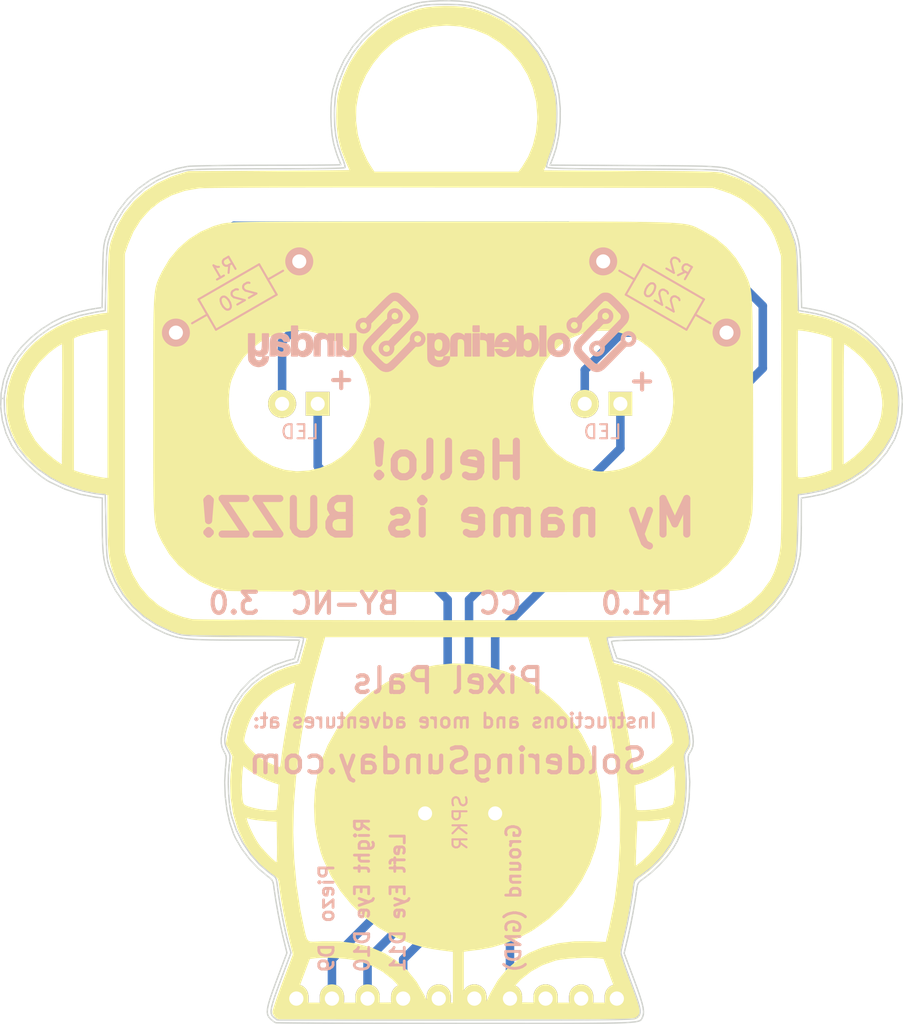
<source format=kicad_pcb>
(kicad_pcb (version 4) (host pcbnew "(2015-04-22 BZR 5621)-product")

  (general
    (links 8)
    (no_connects 0)
    (area 74.291849 76.408255 139.111109 151.47)
    (thickness 1.6)
    (drawings 10)
    (tracks 34)
    (zones 0)
    (modules 9)
    (nets 13)
  )

  (page A4)
  (layers
    (0 F.Cu signal)
    (31 B.Cu signal)
    (32 B.Adhes user)
    (33 F.Adhes user)
    (34 B.Paste user)
    (35 F.Paste user)
    (36 B.SilkS user)
    (37 F.SilkS user)
    (38 B.Mask user)
    (39 F.Mask user)
    (40 Dwgs.User user)
    (41 Cmts.User user)
    (42 Eco1.User user)
    (43 Eco2.User user)
    (44 Edge.Cuts user)
    (45 Margin user)
    (46 B.CrtYd user)
    (47 F.CrtYd user)
    (48 B.Fab user)
    (49 F.Fab user)
  )

  (setup
    (last_trace_width 0.25)
    (user_trace_width 0.254)
    (user_trace_width 0.4064)
    (user_trace_width 0.6096)
    (trace_clearance 0.2)
    (zone_clearance 0.508)
    (zone_45_only no)
    (trace_min 0.2)
    (segment_width 0.2)
    (edge_width 0.1)
    (via_size 0.6)
    (via_drill 0.4)
    (via_min_size 0.4)
    (via_min_drill 0.3)
    (uvia_size 0.3)
    (uvia_drill 0.1)
    (uvias_allowed no)
    (uvia_min_size 0.2)
    (uvia_min_drill 0.1)
    (pcb_text_width 0.3)
    (pcb_text_size 1.5 1.5)
    (mod_edge_width 0.15)
    (mod_text_size 1 1)
    (mod_text_width 0.15)
    (pad_size 1.5 1.5)
    (pad_drill 0.6)
    (pad_to_mask_clearance 0)
    (aux_axis_origin 0 0)
    (visible_elements 7FFFFFFF)
    (pcbplotparams
      (layerselection 0x010f0_80000001)
      (usegerberextensions true)
      (excludeedgelayer true)
      (linewidth 0.100000)
      (plotframeref false)
      (viasonmask false)
      (mode 1)
      (useauxorigin false)
      (hpglpennumber 1)
      (hpglpenspeed 20)
      (hpglpendiameter 15)
      (hpglpenoverlay 2)
      (psnegative false)
      (psa4output false)
      (plotreference true)
      (plotvalue true)
      (plotinvisibletext false)
      (padsonsilk false)
      (subtractmaskfromsilk false)
      (outputformat 1)
      (mirror false)
      (drillshape 0)
      (scaleselection 1)
      (outputdirectory gerbers/))
  )

  (net 0 "")
  (net 1 "Net-(D1-Pad1)")
  (net 2 "Net-(D1-Pad2)")
  (net 3 "Net-(D2-Pad1)")
  (net 4 "Net-(D2-Pad2)")
  (net 5 "Net-(P1-Pad1)")
  (net 6 "Net-(P1-Pad2)")
  (net 7 "Net-(P1-Pad5)")
  (net 8 "Net-(P1-Pad6)")
  (net 9 "Net-(P1-Pad7)")
  (net 10 "Net-(P1-Pad8)")
  (net 11 "Net-(P1-Pad9)")
  (net 12 "Net-(P1-Pad10)")

  (net_class Default "This is the default net class."
    (clearance 0.2)
    (trace_width 0.25)
    (via_dia 0.6)
    (via_drill 0.4)
    (uvia_dia 0.3)
    (uvia_drill 0.1)
    (add_net "Net-(D1-Pad1)")
    (add_net "Net-(D1-Pad2)")
    (add_net "Net-(D2-Pad1)")
    (add_net "Net-(D2-Pad2)")
    (add_net "Net-(P1-Pad1)")
    (add_net "Net-(P1-Pad10)")
    (add_net "Net-(P1-Pad2)")
    (add_net "Net-(P1-Pad5)")
    (add_net "Net-(P1-Pad6)")
    (add_net "Net-(P1-Pad7)")
    (add_net "Net-(P1-Pad8)")
    (add_net "Net-(P1-Pad9)")
  )

  (module myFootPrints:LED_10MM (layer F.Cu) (tedit 5592D668) (tstamp 553C489E)
    (at 117.475 105.41 180)
    (descr "LED 10 mm")
    (tags "LED 10mm")
    (path /553C12C2)
    (fp_text reference D2 (at 0 2 180) (layer F.SilkS) hide
      (effects (font (size 1 1) (thickness 0.15)))
    )
    (fp_text value LED (at 0 -2 180) (layer B.SilkS)
      (effects (font (size 1 1) (thickness 0.15)) (justify mirror))
    )
    (pad 1 thru_hole rect (at -1.27 0 270) (size 1.69926 1.69926) (drill 1.00076) (layers *.Cu *.Mask F.SilkS)
      (net 3 "Net-(D2-Pad1)"))
    (pad 2 thru_hole circle (at 1.27 0 180) (size 1.99898 1.99898) (drill 1.00076) (layers *.Cu *.Mask F.SilkS)
      (net 4 "Net-(D2-Pad2)"))
    (model LEDs.3dshapes/LED-5MM.wrl
      (at (xyz 0.05 0 -0.012))
      (scale (xyz 1 1 1))
      (rotate (xyz 0 0 180))
    )
  )

  (module myFootPrints:LED_10MM (layer F.Cu) (tedit 5592D64D) (tstamp 553C4895)
    (at 95.885 105.41 180)
    (descr "LED 10 mm")
    (tags "LED 10mm")
    (path /553C1258)
    (fp_text reference D1 (at 0 2 180) (layer F.SilkS) hide
      (effects (font (size 1 1) (thickness 0.15)))
    )
    (fp_text value LED (at 0 -2 180) (layer B.SilkS)
      (effects (font (size 1 1) (thickness 0.15)) (justify mirror))
    )
    (pad 1 thru_hole rect (at -1.27 0 270) (size 1.69926 1.69926) (drill 1.00076) (layers *.Cu *.Mask F.SilkS)
      (net 1 "Net-(D1-Pad1)"))
    (pad 2 thru_hole circle (at 1.27 0 180) (size 1.99898 1.99898) (drill 1.00076) (layers *.Cu *.Mask F.SilkS)
      (net 2 "Net-(D1-Pad2)"))
    (model LEDs.3dshapes/LED-5MM.wrl
      (at (xyz 0.05 0 -0.012))
      (scale (xyz 1 1 1))
      (rotate (xyz 0 0 180))
    )
  )

  (module myFootPrints:buzz_edge (layer F.Cu) (tedit 0) (tstamp 553C4944)
    (at 106.68 113.03)
    (fp_text reference G*** (at 0 0) (layer F.SilkS) hide
      (effects (font (thickness 0.3)))
    )
    (fp_text value LOGO (at 0.75 0) (layer F.SilkS) hide
      (effects (font (thickness 0.3)))
    )
    (fp_poly (pts (xy 32.181108 -7.846876) (xy 32.139205 -6.905938) (xy 31.965114 -5.997217) (xy 31.913789 -5.856155)
      (xy 31.913789 -7.53653) (xy 31.9103 -8.174765) (xy 31.85624 -8.752577) (xy 31.795294 -9.059333)
      (xy 31.47896 -9.95814) (xy 31.009471 -10.810354) (xy 30.400197 -11.600094) (xy 29.664505 -12.311482)
      (xy 28.815765 -12.928638) (xy 28.278666 -13.236268) (xy 27.538173 -13.585367) (xy 26.802568 -13.84938)
      (xy 26.002164 -14.051474) (xy 25.586805 -14.131121) (xy 24.765 -14.275978) (xy 24.713451 -16.472489)
      (xy 24.695672 -17.16735) (xy 24.677307 -17.718342) (xy 24.656234 -18.150923) (xy 24.630329 -18.490549)
      (xy 24.597468 -18.762678) (xy 24.555528 -18.992767) (xy 24.502385 -19.206274) (xy 24.478476 -19.289491)
      (xy 24.091731 -20.306802) (xy 23.562937 -21.241863) (xy 22.90415 -22.082602) (xy 22.127428 -22.816946)
      (xy 21.244828 -23.432821) (xy 20.268407 -23.918155) (xy 19.628157 -24.146086) (xy 19.506879 -24.182314)
      (xy 19.388377 -24.213674) (xy 19.259916 -24.240579) (xy 19.108763 -24.263442) (xy 18.922184 -24.282677)
      (xy 18.687444 -24.298696) (xy 18.39181 -24.311915) (xy 18.022549 -24.322745) (xy 17.566925 -24.3316)
      (xy 17.012206 -24.338895) (xy 16.345657 -24.345041) (xy 15.554544 -24.350452) (xy 14.626134 -24.355542)
      (xy 13.547693 -24.360725) (xy 12.928766 -24.363569) (xy 11.746619 -24.369379) (xy 10.722923 -24.375423)
      (xy 9.846793 -24.381963) (xy 9.107347 -24.38926) (xy 8.493703 -24.397575) (xy 7.994975 -24.407172)
      (xy 7.600282 -24.418312) (xy 7.29874 -24.431255) (xy 7.079467 -24.446265) (xy 6.931578 -24.463603)
      (xy 6.844191 -24.483531) (xy 6.806422 -24.506311) (xy 6.803989 -24.510899) (xy 6.811703 -24.641128)
      (xy 6.872553 -24.882409) (xy 6.97446 -25.189524) (xy 7.012253 -25.290392) (xy 7.159061 -25.713395)
      (xy 7.298933 -26.186088) (xy 7.400863 -26.60293) (xy 7.474311 -27.101087) (xy 7.518351 -27.701082)
      (xy 7.532027 -28.339992) (xy 7.514384 -28.954894) (xy 7.464465 -29.482863) (xy 7.44635 -29.596617)
      (xy 7.167323 -30.69415) (xy 6.732801 -31.744082) (xy 6.154647 -32.724585) (xy 5.444726 -33.613832)
      (xy 5.0428 -34.018592) (xy 4.568949 -34.439411) (xy 4.125512 -34.776371) (xy 3.652811 -35.069525)
      (xy 3.091165 -35.358926) (xy 2.936088 -35.432468) (xy 2.399316 -35.671582) (xy 1.926501 -35.848325)
      (xy 1.473695 -35.971555) (xy 0.99695 -36.050131) (xy 0.452316 -36.09291) (xy -0.204157 -36.108752)
      (xy -0.423334 -36.109572) (xy -0.977667 -36.106824) (xy -1.401765 -36.095462) (xy -1.734654 -36.071841)
      (xy -2.015359 -36.032318) (xy -2.282906 -35.97325) (xy -2.48878 -35.916723) (xy -3.597674 -35.51091)
      (xy -4.617813 -34.966554) (xy -5.539157 -34.294082) (xy -6.351664 -33.503922) (xy -7.045292 -32.606502)
      (xy -7.610001 -31.612251) (xy -8.035749 -30.531595) (xy -8.183545 -30.002718) (xy -8.272394 -29.47707)
      (xy -8.321856 -28.787458) (xy -8.332709 -28.278666) (xy -8.311509 -27.443697) (xy -8.230195 -26.714753)
      (xy -8.078753 -26.036109) (xy -7.847169 -25.352038) (xy -7.774064 -25.169974) (xy -7.661076 -24.869977)
      (xy -7.589395 -24.626781) (xy -7.571551 -24.484564) (xy -7.575932 -24.471474) (xy -7.670978 -24.450921)
      (xy -7.929539 -24.433143) (xy -8.352443 -24.418127) (xy -8.940512 -24.405858) (xy -9.694573 -24.396325)
      (xy -10.615451 -24.389513) (xy -11.70397 -24.385409) (xy -12.960956 -24.384001) (xy -12.993883 -24.384)
      (xy -14.144528 -24.383276) (xy -15.138223 -24.380941) (xy -15.987349 -24.376747) (xy -16.704282 -24.370447)
      (xy -17.301403 -24.361796) (xy -17.79109 -24.350546) (xy -18.185721 -24.336451) (xy -18.497675 -24.319263)
      (xy -18.739331 -24.298736) (xy -18.923068 -24.274624) (xy -18.979053 -24.264706) (xy -20.016933 -23.981697)
      (xy -20.985075 -23.550411) (xy -21.871126 -22.981885) (xy -22.662732 -22.287153) (xy -23.347542 -21.477252)
      (xy -23.913201 -20.563217) (xy -24.347358 -19.556086) (xy -24.389541 -19.431) (xy -24.448687 -19.238376)
      (xy -24.495483 -19.047242) (xy -24.531978 -18.833274) (xy -24.560221 -18.572145) (xy -24.582261 -18.239531)
      (xy -24.600147 -17.811106) (xy -24.615929 -17.262545) (xy -24.631655 -16.569523) (xy -24.632016 -16.552482)
      (xy -24.680334 -14.266631) (xy -25.315334 -14.169246) (xy -26.516745 -13.916159) (xy -27.606699 -13.54013)
      (xy -28.595333 -13.036065) (xy -29.49279 -12.39887) (xy -30.245409 -11.691994) (xy -30.886808 -10.907489)
      (xy -31.366695 -10.084576) (xy -31.691035 -9.209854) (xy -31.865793 -8.26992) (xy -31.888247 -8.001)
      (xy -31.866341 -7.048002) (xy -31.683449 -6.126245) (xy -31.346646 -5.246277) (xy -30.863012 -4.418643)
      (xy -30.239621 -3.653892) (xy -29.483553 -2.962571) (xy -28.601884 -2.355226) (xy -27.823062 -1.942601)
      (xy -27.063412 -1.637457) (xy -26.236079 -1.391618) (xy -25.425637 -1.22909) (xy -25.213021 -1.201754)
      (xy -24.680334 -1.143) (xy -24.632016 1.143) (xy -24.616233 1.840162) (xy -24.600403 2.392335)
      (xy -24.582486 2.823852) (xy -24.560444 3.159045) (xy -24.532235 3.422247) (xy -24.495821 3.637791)
      (xy -24.449163 3.830009) (xy -24.390731 4.021667) (xy -23.966234 5.063943) (xy -23.407298 6.006295)
      (xy -22.721275 6.841362) (xy -21.915521 7.561783) (xy -20.99739 8.160197) (xy -19.974235 8.629245)
      (xy -19.685 8.731402) (xy -19.547964 8.775769) (xy -19.416176 8.813032) (xy -19.273889 8.843921)
      (xy -19.105353 8.869164) (xy -18.894823 8.88949) (xy -18.626551 8.905627) (xy -18.284788 8.918305)
      (xy -17.853787 8.928251) (xy -17.317801 8.936195) (xy -16.661082 8.942864) (xy -15.867882 8.948988)
      (xy -14.922454 8.955296) (xy -14.833508 8.95587) (xy -13.814065 8.963469) (xy -12.95382 8.972233)
      (xy -12.242639 8.982468) (xy -11.670389 8.994476) (xy -11.226937 9.008563) (xy -10.902149 9.025033)
      (xy -10.685893 9.04419) (xy -10.568033 9.066338) (xy -10.538201 9.08485) (xy -10.54518 9.205497)
      (xy -10.593679 9.447212) (xy -10.674806 9.769409) (xy -10.734862 9.982481) (xy -10.968003 10.778629)
      (xy -11.558835 10.939313) (xy -12.536846 11.286915) (xy -13.421721 11.767188) (xy -14.202803 12.369374)
      (xy -14.869432 13.082715) (xy -15.410948 13.896453) (xy -15.816693 14.799831) (xy -16.000725 15.422282)
      (xy -16.107512 15.91429) (xy -16.156249 16.287231) (xy -16.145853 16.581503) (xy -16.075242 16.837503)
      (xy -15.956437 17.073483) (xy -15.854531 17.256262) (xy -15.79703 17.4081) (xy -15.778777 17.578366)
      (xy -15.794617 17.816431) (xy -15.839394 18.171664) (xy -15.840721 18.181589) (xy -15.892586 18.78309)
      (xy -15.905291 19.4698) (xy -15.881466 20.186896) (xy -15.823743 20.879554) (xy -15.734751 21.492952)
      (xy -15.667045 21.801667) (xy -15.345038 22.751443) (xy -14.890728 23.660947) (xy -14.324301 24.501056)
      (xy -13.665938 25.242647) (xy -12.935824 25.856597) (xy -12.785057 25.960125) (xy -12.643733 26.058499)
      (xy -12.548807 26.154495) (xy -12.48573 26.285685) (xy -12.439951 26.489642) (xy -12.396921 26.803937)
      (xy -12.36972 27.03264) (xy -12.297172 27.556987) (xy -12.193599 28.182634) (xy -12.068617 28.860678)
      (xy -11.931843 29.542219) (xy -11.792894 30.178356) (xy -11.661385 30.720187) (xy -11.600836 30.942516)
      (xy -11.431649 31.532031) (xy -12.150491 33.445527) (xy -12.405719 34.133599) (xy -12.600147 34.683501)
      (xy -12.737174 35.113751) (xy -12.820201 35.442872) (xy -12.852626 35.689382) (xy -12.837848 35.871804)
      (xy -12.779268 36.008657) (xy -12.680284 36.118461) (xy -12.646249 36.146522) (xy -12.423164 36.322)
      (xy 0.296333 36.322) (xy 2.010794 36.321968) (xy 3.564033 36.321801) (xy 4.96416 36.321395)
      (xy 6.219287 36.320642) (xy 7.337524 36.31944) (xy 8.326981 36.317681) (xy 9.195771 36.315261)
      (xy 9.952003 36.312074) (xy 10.603789 36.308015) (xy 11.15924 36.302979) (xy 11.626465 36.29686)
      (xy 12.013577 36.289553) (xy 12.328686 36.280952) (xy 12.579903 36.270952) (xy 12.775339 36.259448)
      (xy 12.923105 36.246335) (xy 13.031311 36.231506) (xy 13.108068 36.214858) (xy 13.161488 36.196283)
      (xy 13.199681 36.175678) (xy 13.2294 36.154006) (xy 13.349865 36.048691) (xy 13.432754 35.936746)
      (xy 13.474856 35.798088) (xy 13.472956 35.612636) (xy 13.423841 35.360308) (xy 13.324296 35.021024)
      (xy 13.171108 34.574701) (xy 12.961064 34.001258) (xy 12.827889 33.645057) (xy 12.626069 33.099304)
      (xy 12.446062 32.59763) (xy 12.296203 32.164486) (xy 12.184823 31.824323) (xy 12.120256 31.601593)
      (xy 12.107333 31.530636) (xy 12.126935 31.376265) (xy 12.180385 31.096748) (xy 12.259651 30.731011)
      (xy 12.356699 30.31798) (xy 12.362403 30.294627) (xy 12.530083 29.557618) (xy 12.69279 28.748337)
      (xy 12.838319 27.933199) (xy 12.954464 27.178618) (xy 13.000143 26.824175) (xy 13.037114 26.56404)
      (xy 13.096046 26.392317) (xy 13.212576 26.255802) (xy 13.422339 26.101295) (xy 13.534504 26.026401)
      (xy 14.36437 25.376314) (xy 15.093809 24.600879) (xy 15.708302 23.720674) (xy 16.19333 22.756275)
      (xy 16.515543 21.801667) (xy 16.619082 21.281707) (xy 16.694702 20.646652) (xy 16.739868 19.948828)
      (xy 16.752044 19.24056) (xy 16.728695 18.574174) (xy 16.691374 18.172795) (xy 16.649227 17.811499)
      (xy 16.634715 17.568651) (xy 16.653456 17.394804) (xy 16.711066 17.240511) (xy 16.813162 17.056324)
      (xy 16.819405 17.045665) (xy 16.938926 16.821631) (xy 16.997374 16.629457) (xy 17.006627 16.400612)
      (xy 16.982502 16.104615) (xy 16.814288 15.230417) (xy 16.499859 14.363941) (xy 16.058912 13.546767)
      (xy 15.511145 12.820477) (xy 15.340326 12.638064) (xy 14.75481 12.100583) (xy 14.150392 11.671273)
      (xy 13.482831 11.324663) (xy 12.707888 11.035285) (xy 12.388163 10.938506) (xy 11.563435 10.701386)
      (xy 11.328323 9.94386) (xy 11.2294 9.601749) (xy 11.159921 9.31519) (xy 11.129407 9.126049)
      (xy 11.131948 9.0805) (xy 11.1772 9.054057) (xy 11.299945 9.032064) (xy 11.512272 9.01418)
      (xy 11.826266 9.000066) (xy 12.254016 8.989382) (xy 12.807608 8.981788) (xy 13.499129 8.976946)
      (xy 14.340667 8.974515) (xy 14.919842 8.974074) (xy 15.908599 8.97285) (xy 16.745922 8.968298)
      (xy 17.449707 8.95859) (xy 18.037846 8.9419) (xy 18.528233 8.916398) (xy 18.938763 8.880258)
      (xy 19.287329 8.831651) (xy 19.591825 8.768751) (xy 19.870145 8.689728) (xy 20.140182 8.592756)
      (xy 20.41983 8.476008) (xy 20.604741 8.393409) (xy 21.423772 7.94209) (xy 22.201586 7.360408)
      (xy 22.909676 6.67757) (xy 23.519535 5.922783) (xy 24.002655 5.125255) (xy 24.185839 4.724375)
      (xy 24.324194 4.373444) (xy 24.433569 4.061037) (xy 24.517974 3.759391) (xy 24.58142 3.440744)
      (xy 24.627918 3.077334) (xy 24.66148 2.641398) (xy 24.686116 2.105174) (xy 24.705838 1.4409)
      (xy 24.714866 1.062787) (xy 24.765 -1.134094) (xy 25.502834 -1.240468) (xy 26.605481 -1.473415)
      (xy 27.646552 -1.839575) (xy 28.611424 -2.328046) (xy 29.485474 -2.927923) (xy 30.25408 -3.628304)
      (xy 30.90262 -4.418285) (xy 31.416469 -5.286964) (xy 31.646646 -5.821548) (xy 31.779381 -6.303696)
      (xy 31.869289 -6.894098) (xy 31.913789 -7.53653) (xy 31.913789 -5.856155) (xy 31.658366 -5.154148)
      (xy 31.595618 -5.024952) (xy 31.057444 -4.143419) (xy 30.382037 -3.34608) (xy 29.584488 -2.643169)
      (xy 28.679891 -2.044921) (xy 27.683339 -1.56157) (xy 26.609927 -1.203351) (xy 25.672374 -1.008536)
      (xy 24.976666 -0.902035) (xy 24.974989 0.840149) (xy 24.970214 1.411708) (xy 24.957916 1.966992)
      (xy 24.939498 2.468381) (xy 24.916363 2.878258) (xy 24.889912 3.159004) (xy 24.888016 3.172549)
      (xy 24.656664 4.195758) (xy 24.273082 5.167016) (xy 23.750258 6.071483) (xy 23.101183 6.894317)
      (xy 22.338842 7.620675) (xy 21.476225 8.235716) (xy 20.526319 8.724599) (xy 19.79749 8.989579)
      (xy 19.644987 9.034086) (xy 19.495402 9.071173) (xy 19.331833 9.101661) (xy 19.137381 9.126372)
      (xy 18.895147 9.146127) (xy 18.588229 9.16175) (xy 18.19973 9.17406) (xy 17.712748 9.18388)
      (xy 17.110384 9.192031) (xy 16.375737 9.199336) (xy 15.491908 9.206616) (xy 15.3035 9.208081)
      (xy 14.339807 9.216625) (xy 13.534816 9.226299) (xy 12.877898 9.237466) (xy 12.358424 9.250484)
      (xy 11.965763 9.265713) (xy 11.689288 9.283516) (xy 11.518368 9.304251) (xy 11.442375 9.32828)
      (xy 11.436189 9.339194) (xy 11.46524 9.46674) (xy 11.535219 9.702025) (xy 11.626689 9.981304)
      (xy 11.811 10.522274) (xy 12.446 10.678752) (xy 13.424619 11.003011) (xy 14.319871 11.466604)
      (xy 15.119636 12.057045) (xy 15.811796 12.761847) (xy 16.38423 13.568523) (xy 16.824819 14.464588)
      (xy 17.121444 15.437554) (xy 17.137325 15.512196) (xy 17.234012 16.056999) (xy 17.267782 16.476783)
      (xy 17.237294 16.804271) (xy 17.141206 17.072185) (xy 17.068349 17.193724) (xy 16.964604 17.36124)
      (xy 16.910866 17.51368) (xy 16.899468 17.705579) (xy 16.922745 17.991471) (xy 16.937631 18.123545)
      (xy 17.016728 19.342657) (xy 16.970489 20.517949) (xy 16.802387 21.630836) (xy 16.515899 22.662731)
      (xy 16.114497 23.595049) (xy 15.820829 24.097556) (xy 15.390368 24.676182) (xy 14.862202 25.261396)
      (xy 14.291179 25.796873) (xy 13.778469 26.194876) (xy 13.519693 26.382024) (xy 13.369314 26.529223)
      (xy 13.291445 26.685166) (xy 13.2502 26.898541) (xy 13.248066 26.914543) (xy 13.121629 27.773868)
      (xy 12.96319 28.69599) (xy 12.786746 29.604568) (xy 12.606292 30.42326) (xy 12.59982 30.450419)
      (xy 12.333659 31.563837) (xy 13.02611 33.413752) (xy 13.281274 34.108352) (xy 13.473869 34.667154)
      (xy 13.608197 35.109933) (xy 13.688557 35.456462) (xy 13.719249 35.726516) (xy 13.704574 35.939869)
      (xy 13.648832 36.116294) (xy 13.624518 36.165401) (xy 13.596864 36.219961) (xy 13.569784 36.269469)
      (xy 13.535315 36.314165) (xy 13.485495 36.35429) (xy 13.412361 36.390085) (xy 13.307951 36.421792)
      (xy 13.164302 36.44965) (xy 12.973453 36.473902) (xy 12.727439 36.494788) (xy 12.418299 36.512548)
      (xy 12.038071 36.527425) (xy 11.578792 36.539659) (xy 11.032499 36.549491) (xy 10.39123 36.557161)
      (xy 9.647023 36.562912) (xy 8.791914 36.566984) (xy 7.817942 36.569617) (xy 6.717144 36.571053)
      (xy 5.481557 36.571533) (xy 4.10322 36.571298) (xy 2.574169 36.570588) (xy 0.886442 36.569645)
      (xy 0.277886 36.569316) (xy -1.175681 36.568247) (xy -2.583847 36.566618) (xy -3.937227 36.564467)
      (xy -5.226435 36.561835) (xy -6.442086 36.558759) (xy -7.574792 36.555279) (xy -8.615169 36.551432)
      (xy -9.553829 36.547258) (xy -10.381388 36.542796) (xy -11.088459 36.538084) (xy -11.665656 36.533161)
      (xy -12.103593 36.528066) (xy -12.392884 36.522837) (xy -12.524143 36.517514) (xy -12.530667 36.51642)
      (xy -12.674933 36.430066) (xy -12.862661 36.278718) (xy -12.8905 36.253263) (xy -13.012319 36.117756)
      (xy -13.091259 35.963594) (xy -13.124195 35.771793) (xy -13.108001 35.523366) (xy -13.039549 35.199327)
      (xy -12.915715 34.78069) (xy -12.73337 34.248468) (xy -12.48939 33.583677) (xy -12.42083 33.401)
      (xy -11.719654 31.538334) (xy -11.993799 30.414522) (xy -12.175421 29.609451) (xy -12.35249 28.714791)
      (xy -12.510778 27.808126) (xy -12.636055 26.967042) (xy -12.659397 26.785428) (xy -12.706396 26.516794)
      (xy -12.792495 26.337039) (xy -12.960303 26.176325) (xy -13.089602 26.080248) (xy -13.760363 25.521286)
      (xy -14.392374 24.848552) (xy -14.948712 24.107942) (xy -15.392451 23.345352) (xy -15.528082 23.049362)
      (xy -15.801888 22.245572) (xy -16.00243 21.332181) (xy -16.124201 20.354771) (xy -16.161694 19.358927)
      (xy -16.109402 18.390232) (xy -16.100582 18.310096) (xy -16.060569 17.938188) (xy -16.046634 17.686745)
      (xy -16.063622 17.508233) (xy -16.116373 17.355121) (xy -16.209732 17.179874) (xy -16.217029 17.167096)
      (xy -16.343744 16.895093) (xy -16.407258 16.608105) (xy -16.409386 16.265795) (xy -16.351944 15.827827)
      (xy -16.29154 15.511597) (xy -16.009809 14.547132) (xy -15.581275 13.651029) (xy -15.019676 12.837809)
      (xy -14.338755 12.121989) (xy -13.55225 11.518089) (xy -12.673903 11.040627) (xy -11.750056 10.712811)
      (xy -11.181112 10.559585) (xy -11.056929 10.126959) (xy -10.973209 9.828666) (xy -10.900879 9.559836)
      (xy -10.875861 9.4615) (xy -10.818977 9.228667) (xy -14.673041 9.228667) (xy -15.672895 9.227745)
      (xy -16.521001 9.223982) (xy -17.234939 9.215885) (xy -17.832289 9.201959) (xy -18.330632 9.18071)
      (xy -18.747547 9.150644) (xy -19.100615 9.110267) (xy -19.407415 9.058084) (xy -19.685528 8.992602)
      (xy -19.952534 8.912326) (xy -20.226013 8.815762) (xy -20.425316 8.739773) (xy -21.276758 8.328)
      (xy -22.089411 7.766243) (xy -22.876595 7.04523) (xy -22.910918 7.009637) (xy -23.4974 6.341572)
      (xy -23.953074 5.68689) (xy -24.306571 5.001946) (xy -24.434029 4.687943) (xy -24.577563 4.276831)
      (xy -24.688909 3.876465) (xy -24.771758 3.456947) (xy -24.829801 2.988378) (xy -24.866729 2.440859)
      (xy -24.886231 1.784492) (xy -24.892 0.989379) (xy -24.892001 0.977876) (xy -24.892 -0.908019)
      (xy -25.376117 -0.964917) (xy -26.461243 -1.172078) (xy -27.556216 -1.535676) (xy -28.634896 -2.046688)
      (xy -28.834632 -2.159) (xy -29.24121 -2.434708) (xy -29.701052 -2.812928) (xy -30.176245 -3.256012)
      (xy -30.628876 -3.726316) (xy -31.021032 -4.186192) (xy -31.3148 -4.597994) (xy -31.35 -4.656666)
      (xy -31.759405 -5.524335) (xy -32.021923 -6.447693) (xy -32.13815 -7.402087) (xy -32.108684 -8.362863)
      (xy -31.93412 -9.30537) (xy -31.615055 -10.204952) (xy -31.197299 -10.96905) (xy -30.656728 -11.670598)
      (xy -29.985998 -12.341673) (xy -29.224274 -12.95033) (xy -28.410723 -13.464621) (xy -27.73658 -13.791783)
      (xy -27.175173 -13.994968) (xy -26.518576 -14.184289) (xy -25.840836 -14.340266) (xy -25.301492 -14.432347)
      (xy -24.906651 -14.486178) (xy -24.870773 -16.662256) (xy -24.858153 -17.34781) (xy -24.844202 -17.889676)
      (xy -24.82689 -18.313495) (xy -24.80419 -18.644911) (xy -24.774075 -18.909567) (xy -24.734516 -19.133105)
      (xy -24.683486 -19.341168) (xy -24.649639 -19.458824) (xy -24.264422 -20.465126) (xy -23.740376 -21.392733)
      (xy -23.092146 -22.228874) (xy -22.334376 -22.96078) (xy -21.481712 -23.57568) (xy -20.548798 -24.060803)
      (xy -19.550279 -24.40338) (xy -18.807269 -24.553402) (xy -18.622061 -24.56803) (xy -18.284135 -24.581864)
      (xy -17.810105 -24.594664) (xy -17.216585 -24.606191) (xy -16.520189 -24.616204) (xy -15.737532 -24.624464)
      (xy -14.885228 -24.630731) (xy -13.979892 -24.634766) (xy -13.059834 -24.636323) (xy -12.140078 -24.63718)
      (xy -11.272436 -24.639075) (xy -10.47139 -24.641905) (xy -9.751425 -24.645565) (xy -9.127024 -24.649954)
      (xy -8.612671 -24.654966) (xy -8.22285 -24.6605) (xy -7.972043 -24.666451) (xy -7.874735 -24.672717)
      (xy -7.874 -24.673314) (xy -7.904623 -24.764494) (xy -7.983167 -24.960238) (xy -8.049689 -25.117814)
      (xy -8.154524 -25.399264) (xy -8.273046 -25.774025) (xy -8.382751 -26.169988) (xy -8.401969 -26.246666)
      (xy -8.495865 -26.76874) (xy -8.556861 -27.40141) (xy -8.584312 -28.090786) (xy -8.577574 -28.782976)
      (xy -8.536001 -29.424091) (xy -8.458946 -29.960239) (xy -8.447113 -30.015732) (xy -8.117213 -31.115617)
      (xy -7.639103 -32.150005) (xy -7.025763 -33.105282) (xy -6.290175 -33.967832) (xy -5.445317 -34.724042)
      (xy -4.50417 -35.360298) (xy -3.479713 -35.862985) (xy -2.582334 -36.167138) (xy -2.101183 -36.263476)
      (xy -1.500925 -36.329962) (xy -0.829204 -36.366187) (xy -0.133666 -36.371744) (xy 0.538043 -36.346224)
      (xy 1.138276 -36.289219) (xy 1.608666 -36.203068) (xy 2.730252 -35.833756) (xy 3.768813 -35.321508)
      (xy 4.713953 -34.676354) (xy 5.555276 -33.908325) (xy 6.282384 -33.027453) (xy 6.884882 -32.043768)
      (xy 7.352373 -30.9673) (xy 7.496493 -30.522333) (xy 7.685272 -29.654315) (xy 7.775856 -28.703531)
      (xy 7.770136 -27.718277) (xy 7.670005 -26.746849) (xy 7.477354 -25.837542) (xy 7.29072 -25.269655)
      (xy 7.048689 -24.646348) (xy 13.028178 -24.615814) (xy 14.215137 -24.609755) (xy 15.246068 -24.603913)
      (xy 16.134274 -24.597345) (xy 16.893056 -24.589106) (xy 17.535715 -24.578252) (xy 18.075554 -24.563839)
      (xy 18.525874 -24.544923) (xy 18.899977 -24.520561) (xy 19.211165 -24.489807) (xy 19.47274 -24.451718)
      (xy 19.698003 -24.40535) (xy 19.900256 -24.349759) (xy 20.092801 -24.284001) (xy 20.288939 -24.207131)
      (xy 20.501973 -24.118205) (xy 20.595651 -24.078731) (xy 21.480614 -23.620037) (xy 22.314003 -23.02012)
      (xy 23.069621 -22.305178) (xy 23.72127 -21.50141) (xy 24.24275 -20.635014) (xy 24.417397 -20.256985)
      (xy 24.561524 -19.897982) (xy 24.675429 -19.565989) (xy 24.763204 -19.232915) (xy 24.828938 -18.870667)
      (xy 24.876719 -18.451154) (xy 24.910638 -17.946284) (xy 24.934784 -17.327966) (xy 24.95306 -16.577276)
      (xy 24.995487 -14.485553) (xy 25.388243 -14.433252) (xy 26.450496 -14.222332) (xy 27.514233 -13.881269)
      (xy 28.514683 -13.432173) (xy 28.829 -13.258746) (xy 29.255317 -12.969582) (xy 29.728233 -12.581026)
      (xy 30.213532 -12.127812) (xy 30.677 -11.644674) (xy 31.084422 -11.166343) (xy 31.401583 -10.727553)
      (xy 31.518383 -10.52862) (xy 31.870228 -9.691653) (xy 32.091293 -8.786592) (xy 32.181108 -7.846876)
      (xy 32.181108 -7.846876)) (layer Edge.Cuts) (width 0.1))
  )

  (module myFootPrints:buzz_silk (layer F.Cu) (tedit 0) (tstamp 553C493A)
    (at 106.68 113.03)
    (fp_text reference G*** (at 0 0) (layer F.SilkS) hide
      (effects (font (thickness 0.3)))
    )
    (fp_text value LOGO (at 0.75 0) (layer F.SilkS) hide
      (effects (font (thickness 0.3)))
    )
    (fp_poly (pts (xy 31.919333 -7.62) (xy 31.837888 -6.668937) (xy 31.600503 -5.759767) (xy 31.217599 -4.90281)
      (xy 30.801335 -4.264411) (xy 30.801335 -7.499102) (xy 30.790503 -7.874) (xy 30.658537 -8.697386)
      (xy 30.38989 -9.451963) (xy 29.973231 -10.162692) (xy 29.475422 -10.771378) (xy 29.245209 -10.999857)
      (xy 28.963879 -11.249862) (xy 28.665179 -11.49494) (xy 28.382857 -11.708641) (xy 28.150661 -11.864513)
      (xy 28.002339 -11.936105) (xy 27.986979 -11.938) (xy 27.977917 -11.855965) (xy 27.96943 -11.620387)
      (xy 27.961688 -11.247055) (xy 27.954861 -10.751759) (xy 27.949119 -10.150288) (xy 27.944633 -9.458431)
      (xy 27.941571 -8.691979) (xy 27.940105 -7.86672) (xy 27.94 -7.574512) (xy 27.94 -3.211024)
      (xy 28.427744 -3.542245) (xy 28.715774 -3.76201) (xy 29.054541 -4.05637) (xy 29.383739 -4.372081)
      (xy 29.476616 -4.46829) (xy 30.034748 -5.166495) (xy 30.44584 -5.915412) (xy 30.7035 -6.698471)
      (xy 30.801335 -7.499102) (xy 30.801335 -4.264411) (xy 30.6996 -4.108386) (xy 30.05693 -3.386816)
      (xy 29.30001 -2.74842) (xy 28.439264 -2.203517) (xy 27.485115 -1.762429) (xy 27.178 -1.665612)
      (xy 27.178 -2.880939) (xy 27.178 -7.611943) (xy 27.178 -12.342947) (xy 26.8605 -12.469288)
      (xy 26.573322 -12.563257) (xy 26.180756 -12.66586) (xy 25.745246 -12.763213) (xy 25.329233 -12.841429)
      (xy 24.995159 -12.886626) (xy 24.976667 -12.888178) (xy 24.680333 -12.911667) (xy 24.658379 -7.704667)
      (xy 24.655183 -6.778948) (xy 24.653526 -5.90216) (xy 24.653346 -5.089186) (xy 24.654581 -4.354909)
      (xy 24.657168 -3.714214) (xy 24.661047 -3.181983) (xy 24.666155 -2.7731) (xy 24.672429 -2.50245)
      (xy 24.679809 -2.384914) (xy 24.680521 -2.382366) (xy 24.780299 -2.318273) (xy 25.013752 -2.311915)
      (xy 25.388443 -2.364006) (xy 25.911936 -2.47526) (xy 26.072608 -2.513784) (xy 26.407099 -2.603023)
      (xy 26.717703 -2.698442) (xy 26.898108 -2.763993) (xy 27.178 -2.880939) (xy 27.178 -1.665612)
      (xy 26.447986 -1.435475) (xy 25.488056 -1.252138) (xy 24.740423 -1.150317) (xy 24.700633 1.054675)
      (xy 24.686784 1.747233) (xy 24.671786 2.296017) (xy 24.653619 2.726581) (xy 24.630261 3.064484)
      (xy 24.599692 3.33528) (xy 24.559891 3.564527) (xy 24.508837 3.77778) (xy 24.476057 3.894667)
      (xy 24.090049 4.932524) (xy 23.607816 5.804697) (xy 23.607816 -3.696568) (xy 23.607665 -5.113225)
      (xy 23.605622 -6.656626) (xy 23.601853 -8.255) (xy 23.57392 -18.161) (xy 23.380514 -18.794617)
      (xy 23.103763 -19.559944) (xy 22.76237 -20.217943) (xy 22.322505 -20.824819) (xy 21.848186 -21.340186)
      (xy 21.241974 -21.888815) (xy 20.631961 -22.310991) (xy 19.961194 -22.641036) (xy 19.302617 -22.874191)
      (xy 18.669 -23.069274) (xy 6.191289 -23.087031) (xy 6.191289 -28.109333) (xy 6.109923 -29.160665)
      (xy 5.871428 -30.162714) (xy 5.484211 -31.101861) (xy 4.956679 -31.964485) (xy 4.297238 -32.736969)
      (xy 3.514295 -33.405693) (xy 2.616257 -33.957037) (xy 2.566032 -33.982511) (xy 1.635697 -34.357339)
      (xy 0.661672 -34.57844) (xy -0.33389 -34.648093) (xy -1.328835 -34.568578) (xy -2.301007 -34.342174)
      (xy -3.228253 -33.97116) (xy -4.088417 -33.457817) (xy -4.335066 -33.272449) (xy -5.012405 -32.64354)
      (xy -5.617413 -31.900161) (xy -6.123491 -31.082651) (xy -6.504039 -30.231348) (xy -6.650983 -29.760333)
      (xy -6.818793 -28.795444) (xy -6.835052 -27.800612) (xy -6.704825 -26.8076) (xy -6.433175 -25.848176)
      (xy -6.025168 -24.954104) (xy -5.833998 -24.635889) (xy -5.507026 -24.13) (xy -0.341044 -24.13)
      (xy 4.824938 -24.13) (xy 5.090501 -24.489833) (xy 5.532867 -25.220058) (xy 5.87031 -26.056147)
      (xy 6.092261 -26.963355) (xy 6.188155 -27.906941) (xy 6.191289 -28.109333) (xy 6.191289 -23.087031)
      (xy 0.762 -23.094756) (xy -1.547585 -23.097617) (xy -3.714818 -23.099432) (xy -5.737718 -23.100205)
      (xy -7.614308 -23.099944) (xy -9.342609 -23.098655) (xy -10.920641 -23.096344) (xy -12.346426 -23.093017)
      (xy -13.617986 -23.088681) (xy -14.73334 -23.083342) (xy -15.69051 -23.077007) (xy -16.487518 -23.069682)
      (xy -17.122385 -23.061372) (xy -17.593131 -23.052085) (xy -17.897778 -23.041827) (xy -18.003868 -23.034835)
      (xy -19.022065 -22.854864) (xy -19.958253 -22.52951) (xy -20.803946 -22.065487) (xy -21.550658 -21.469506)
      (xy -22.189905 -20.74828) (xy -22.713201 -19.90852) (xy -23.095 -19.007667) (xy -23.325667 -18.330333)
      (xy -23.325667 -7.662333) (xy -23.325667 3.005667) (xy -23.127389 3.640667) (xy -22.750146 4.584729)
      (xy -22.244192 5.430931) (xy -21.621279 6.168795) (xy -20.89316 6.787842) (xy -20.071586 7.277594)
      (xy -19.16831 7.627573) (xy -18.477367 7.786556) (xy -18.355018 7.793095) (xy -18.071311 7.799554)
      (xy -17.634222 7.805899) (xy -17.051727 7.812097) (xy -16.331802 7.818113) (xy -15.482422 7.823916)
      (xy -14.511563 7.829471) (xy -13.427201 7.834746) (xy -12.237311 7.839706) (xy -10.94987 7.844319)
      (xy -9.572852 7.848551) (xy -8.114234 7.852369) (xy -6.581991 7.855739) (xy -4.9841 7.858628)
      (xy -3.328535 7.861004) (xy -1.623273 7.862831) (xy 0.056052 7.864041) (xy 2.160271 7.865068)
      (xy 4.101733 7.86572) (xy 5.887013 7.865958) (xy 7.522685 7.865742) (xy 9.015326 7.865034)
      (xy 10.37151 7.863795) (xy 11.597814 7.861985) (xy 12.700811 7.859565) (xy 13.687078 7.856497)
      (xy 14.56319 7.85274) (xy 15.335722 7.848257) (xy 16.01125 7.843008) (xy 16.596349 7.836954)
      (xy 17.097593 7.830055) (xy 17.52156 7.822273) (xy 17.874823 7.813569) (xy 18.163958 7.803903)
      (xy 18.395541 7.793236) (xy 18.576146 7.78153) (xy 18.712349 7.768746) (xy 18.810726 7.754843)
      (xy 18.823644 7.752465) (xy 19.781169 7.485214) (xy 20.668573 7.067982) (xy 21.472233 6.51042)
      (xy 22.178526 5.822176) (xy 22.773829 5.0129) (xy 22.835649 4.910667) (xy 23.088971 4.385223)
      (xy 23.304552 3.747219) (xy 23.466067 3.052069) (xy 23.543983 2.506144) (xy 23.558048 2.273766)
      (xy 23.570425 1.876793) (xy 23.581089 1.319958) (xy 23.590014 0.607991) (xy 23.597174 -0.254376)
      (xy 23.602545 -1.262412) (xy 23.606101 -2.411387) (xy 23.607816 -3.696568) (xy 23.607816 5.804697)
      (xy 23.567686 5.877277) (xy 22.91863 6.71909) (xy 22.152541 7.448123) (xy 21.279081 8.054541)
      (xy 20.307909 8.528507) (xy 19.725016 8.732392) (xy 19.573794 8.776764) (xy 19.427041 8.813882)
      (xy 19.26831 8.844525) (xy 19.081158 8.869473) (xy 18.84914 8.889504) (xy 18.555812 8.905396)
      (xy 18.184728 8.917928) (xy 17.719445 8.927879) (xy 17.143517 8.936027) (xy 16.440501 8.943152)
      (xy 15.593951 8.950032) (xy 15.042189 8.954132) (xy 14.06108 8.962298) (xy 13.238681 8.971455)
      (xy 12.564372 8.981948) (xy 12.027529 8.994123) (xy 11.617532 9.008329) (xy 11.323758 9.02491)
      (xy 11.135587 9.044213) (xy 11.042395 9.066585) (xy 11.028237 9.085053) (xy 11.065448 9.204885)
      (xy 11.137375 9.448568) (xy 11.232574 9.777032) (xy 11.309457 10.045319) (xy 11.554483 10.904304)
      (xy 12.275408 11.080489) (xy 12.685133 11.201961) (xy 13.162232 11.375546) (xy 13.626123 11.571006)
      (xy 13.792502 11.64981) (xy 14.247289 11.891813) (xy 14.617082 12.137268) (xy 14.971223 12.436239)
      (xy 15.231836 12.688973) (xy 15.859422 13.408553) (xy 16.339222 14.168209) (xy 16.686528 14.998478)
      (xy 16.916632 15.929898) (xy 16.947434 16.114824) (xy 16.995228 16.442189) (xy 17.008757 16.657008)
      (xy 16.980663 16.813918) (xy 16.903588 16.967555) (xy 16.813895 17.106425) (xy 16.580926 17.458466)
      (xy 16.672463 18.299887) (xy 16.739713 19.073161) (xy 16.757482 19.750571) (xy 16.725025 20.398419)
      (xy 16.641599 21.083007) (xy 16.641174 21.085826) (xy 16.398485 22.172027) (xy 16.012942 23.184224)
      (xy 16.000436 23.206459) (xy 16.000436 19.428054) (xy 15.988589 18.99719) (xy 15.964028 18.68055)
      (xy 15.90432 18.123006) (xy 15.851373 18.162531) (xy 15.851373 16.571234) (xy 15.795579 16.150638)
      (xy 15.618777 15.402769) (xy 15.300733 14.665613) (xy 14.866137 13.983661) (xy 14.339677 13.401402)
      (xy 14.204169 13.282908) (xy 13.780354 12.956191) (xy 13.367446 12.702496) (xy 12.902953 12.487771)
      (xy 12.416931 12.309113) (xy 11.834283 12.110941) (xy 11.876719 12.299637) (xy 11.992507 12.833372)
      (xy 12.119777 13.451963) (xy 12.25172 14.119185) (xy 12.381525 14.798814) (xy 12.502382 15.454624)
      (xy 12.607482 16.05039) (xy 12.690014 16.549888) (xy 12.739865 16.891) (xy 12.795657 17.315393)
      (xy 12.84798 17.703048) (xy 12.890681 18.009006) (xy 12.91616 18.179554) (xy 12.960693 18.452108)
      (xy 13.496636 18.257571) (xy 13.858097 18.111431) (xy 14.228017 17.938629) (xy 14.44579 17.822204)
      (xy 14.710988 17.64) (xy 15.02559 17.383781) (xy 15.326037 17.105681) (xy 15.355187 17.076304)
      (xy 15.851373 16.571234) (xy 15.851373 18.162531) (xy 15.466327 18.449972) (xy 14.914688 18.818763)
      (xy 14.337423 19.10896) (xy 13.673667 19.353346) (xy 13.081 19.54348) (xy 13.112036 20.418573)
      (xy 13.129076 20.79047) (xy 13.150424 21.099445) (xy 13.172943 21.306107) (xy 13.187726 21.368806)
      (xy 13.292248 21.40263) (xy 13.524692 21.413814) (xy 13.845581 21.405257) (xy 14.215441 21.37986)
      (xy 14.594798 21.340523) (xy 14.944175 21.290147) (xy 15.224099 21.231632) (xy 15.282333 21.214912)
      (xy 15.548148 21.124575) (xy 15.756686 21.040838) (xy 15.823976 21.006114) (xy 15.883537 20.886186)
      (xy 15.933111 20.632761) (xy 15.97055 20.281494) (xy 15.993708 19.86804) (xy 16.000436 19.428054)
      (xy 16.000436 23.206459) (xy 15.652534 23.825017) (xy 15.652534 22.05539) (xy 15.628537 21.945064)
      (xy 15.503766 21.919836) (xy 15.266891 21.956205) (xy 15.134167 21.983583) (xy 14.775077 22.039515)
      (xy 14.340319 22.079954) (xy 13.923417 22.096224) (xy 13.91967 22.096235) (xy 13.23434 22.098)
      (xy 13.179146 23.3045) (xy 13.158653 23.784271) (xy 13.141558 24.24502) (xy 13.129429 24.639883)
      (xy 13.123839 24.921993) (xy 13.123643 24.961265) (xy 13.123333 25.41153) (xy 13.391049 25.2209)
      (xy 13.584159 25.066852) (xy 13.843155 24.838845) (xy 14.115143 24.583606) (xy 14.140792 24.558606)
      (xy 14.779771 23.815622) (xy 15.28971 22.963228) (xy 15.443522 22.62535) (xy 15.587086 22.274318)
      (xy 15.652534 22.05539) (xy 15.652534 23.825017) (xy 15.492241 24.110013) (xy 14.844077 24.936991)
      (xy 14.076146 25.652754) (xy 13.58868 26.005635) (xy 13.314124 26.191626) (xy 13.149447 26.331156)
      (xy 13.061424 26.468295) (xy 13.01683 26.647109) (xy 12.997457 26.789833) (xy 12.875491 27.648423)
      (xy 12.71595 28.581596) (xy 12.533126 29.512444) (xy 12.34131 30.364063) (xy 12.308964 30.494913)
      (xy 12.076512 31.421106) (xy 12.076512 23.568798) (xy 12.057959 21.368752) (xy 11.906259 19.104861)
      (xy 11.621999 16.786555) (xy 11.205765 14.423265) (xy 10.658144 12.024422) (xy 10.10387 10.011833)
      (xy 9.796142 8.974667) (xy 0.383754 8.974667) (xy -9.028635 8.974667) (xy -9.421533 10.3505)
      (xy -9.920159 12.194297) (xy -10.33174 13.939913) (xy -10.663606 15.629764) (xy -10.923084 17.306267)
      (xy -11.091333 18.782257) (xy -11.091333 12.244926) (xy -11.159961 12.227472) (xy -11.343587 12.276976)
      (xy -11.608827 12.378807) (xy -11.922297 12.518337) (xy -12.250611 12.680938) (xy -12.560386 12.851979)
      (xy -12.757574 12.975062) (xy -13.420913 13.507294) (xy -13.956573 14.138355) (xy -14.309866 14.734375)
      (xy -14.466337 15.089205) (xy -14.611788 15.496872) (xy -14.729241 15.901153) (xy -14.801717 16.245823)
      (xy -14.816667 16.412601) (xy -14.75435 16.569236) (xy -14.587696 16.796564) (xy -14.347148 17.062773)
      (xy -14.063149 17.336049) (xy -13.766143 17.58458) (xy -13.546667 17.739751) (xy -13.279442 17.894242)
      (xy -12.972917 18.048359) (xy -12.668446 18.184278) (xy -12.407384 18.284176) (xy -12.231085 18.330227)
      (xy -12.185603 18.32638) (xy -12.150814 18.231148) (xy -12.111048 18.012123) (xy -12.074277 17.714349)
      (xy -12.0705 17.676045) (xy -12.0227 17.272452) (xy -11.946571 16.742131) (xy -11.848816 16.124021)
      (xy -11.736134 15.457066) (xy -11.615228 14.780205) (xy -11.492798 14.132381) (xy -11.375547 13.552536)
      (xy -11.306117 13.234207) (xy -11.2211 12.855741) (xy -11.151983 12.541519) (xy -11.10627 12.326098)
      (xy -11.091333 12.244926) (xy -11.091333 18.782257) (xy -11.117503 19.011838) (xy -11.254192 20.788892)
      (xy -11.268988 21.043092) (xy -11.315406 22.908823) (xy -11.251361 24.804817) (xy -11.080563 26.683607)
      (xy -10.806724 28.497727) (xy -10.610575 29.464) (xy -10.502079 29.963007) (xy -10.418228 30.321709)
      (xy -10.335071 30.56201) (xy -10.228657 30.705814) (xy -10.075035 30.775025) (xy -9.850252 30.79155)
      (xy -9.530357 30.77729) (xy -9.194917 30.758677) (xy -7.950737 30.766897) (xy -6.796893 30.912019)
      (xy -5.737019 31.192146) (xy -4.774749 31.60538) (xy -3.913717 32.149821) (xy -3.157557 32.823573)
      (xy -2.509904 33.624737) (xy -1.988287 34.522833) (xy -1.688242 35.136667) (xy -0.759454 35.136667)
      (xy 0.169333 35.136667) (xy 0.169333 33.279188) (xy 0.169333 31.421709) (xy -0.232833 31.371877)
      (xy -0.878553 31.287089) (xy -1.400028 31.205768) (xy -1.841881 31.118819) (xy -2.248734 31.01715)
      (xy -2.665209 30.891669) (xy -2.790869 30.850617) (xy -3.98936 30.366322) (xy -5.107163 29.738839)
      (xy -6.133028 28.979419) (xy -7.055703 28.099315) (xy -7.863939 27.109781) (xy -8.546484 26.022068)
      (xy -9.092087 24.84743) (xy -9.261878 24.378503) (xy -9.535765 23.334482) (xy -9.695295 22.208652)
      (xy -9.740466 21.044089) (xy -9.671276 19.88387) (xy -9.487723 18.771073) (xy -9.262192 17.95483)
      (xy -8.775457 16.754453) (xy -8.155389 15.646269) (xy -7.414315 14.63731) (xy -6.564563 13.734609)
      (xy -5.61846 12.945199) (xy -4.588332 12.276113) (xy -3.486506 11.734384) (xy -2.325309 11.327045)
      (xy -1.117069 11.061129) (xy 0.125888 10.943668) (xy 1.391236 10.981697) (xy 2.624667 11.172992)
      (xy 3.880693 11.524692) (xy 5.04317 12.013877) (xy 6.124645 12.647444) (xy 7.137664 13.432292)
      (xy 7.70526 13.96603) (xy 8.559188 14.936818) (xy 9.266359 15.976107) (xy 9.828483 17.070961)
      (xy 10.247265 18.208441) (xy 10.524413 19.375608) (xy 10.661634 20.559524) (xy 10.660636 21.747252)
      (xy 10.523125 22.925852) (xy 10.250808 24.082387) (xy 9.845393 25.203917) (xy 9.308588 26.277506)
      (xy 8.642098 27.290214) (xy 7.847631 28.229104) (xy 6.926895 29.081236) (xy 5.881597 29.833673)
      (xy 5.588 30.012335) (xy 4.730204 30.45593) (xy 3.809753 30.825578) (xy 2.880866 31.102632)
      (xy 1.997766 31.268446) (xy 1.903926 31.27929) (xy 1.574614 31.316915) (xy 1.269894 31.355388)
      (xy 1.121833 31.376396) (xy 0.846667 31.419006) (xy 0.846667 33.277836) (xy 0.846667 35.136667)
      (xy 1.672167 35.131274) (xy 2.497667 35.125881) (xy 2.853449 34.39044) (xy 3.372565 33.500959)
      (xy 4.008996 32.731341) (xy 4.758097 32.083976) (xy 5.615224 31.561255) (xy 6.57573 31.165569)
      (xy 7.634973 30.899309) (xy 8.788307 30.764865) (xy 9.908862 30.758798) (xy 11.062156 30.808123)
      (xy 11.327432 29.691561) (xy 11.711835 27.739633) (xy 11.961333 25.695568) (xy 12.076512 23.568798)
      (xy 12.076512 31.421106) (xy 12.018356 31.652826) (xy 12.740178 33.576904) (xy 12.996035 34.26496)
      (xy 13.192077 34.813306) (xy 13.330682 35.239732) (xy 13.414227 35.562028) (xy 13.445088 35.797983)
      (xy 13.425642 35.965388) (xy 13.358266 36.082032) (xy 13.245337 36.165705) (xy 13.094932 36.232036)
      (xy 12.987088 36.24135) (xy 12.721375 36.250207) (xy 12.309257 36.258592) (xy 12.103074 36.261569)
      (xy 12.103074 35.136667) (xy 11.859565 34.4805) (xy 11.725207 34.119366) (xy 11.556221 33.666462)
      (xy 11.377527 33.188535) (xy 11.260784 32.876895) (xy 10.905512 31.929458) (xy 10.432849 31.870402)
      (xy 10.044512 31.843852) (xy 9.55043 31.841795) (xy 9.001469 31.861242) (xy 8.448497 31.899203)
      (xy 7.94238 31.952686) (xy 7.533986 32.0187) (xy 7.408333 32.048227) (xy 6.503896 32.369978)
      (xy 5.677424 32.822086) (xy 4.957855 33.388316) (xy 4.872241 33.470874) (xy 4.588997 33.773138)
      (xy 4.311136 34.108285) (xy 4.062653 34.442769) (xy 3.867542 34.743046) (xy 3.749798 34.975571)
      (xy 3.726128 35.073167) (xy 3.807948 35.085661) (xy 4.04299 35.09734) (xy 4.415142 35.10796)
      (xy 4.908293 35.117278) (xy 5.506332 35.125047) (xy 6.193148 35.131025) (xy 6.95263 35.134967)
      (xy 7.768666 35.136628) (xy 7.914204 35.136667) (xy 12.103074 35.136667) (xy 12.103074 36.261569)
      (xy 11.762198 36.266492) (xy 11.091661 36.273893) (xy 10.309111 36.280783) (xy 9.42601 36.287148)
      (xy 8.453824 36.292974) (xy 7.404015 36.298247) (xy 6.288048 36.302955) (xy 5.117386 36.307083)
      (xy 3.903493 36.310618) (xy 2.657833 36.313547) (xy 1.391869 36.315855) (xy 0.117067 36.317531)
      (xy -1.155112 36.318559) (xy -2.413202 36.318928) (xy -2.963333 36.318791) (xy -2.963333 35.036736)
      (xy -3.017134 34.876597) (xy -3.162 34.626709) (xy -3.373122 34.320804) (xy -3.625695 33.992615)
      (xy -3.894912 33.675873) (xy -4.155966 33.40431) (xy -4.181757 33.379919) (xy -4.867314 32.84419)
      (xy -5.663432 32.405518) (xy -6.520717 32.089111) (xy -6.954583 31.994817) (xy -7.501695 31.918864)
      (xy -8.106585 31.865143) (xy -8.713783 31.837541) (xy -9.267819 31.839947) (xy -9.659895 31.869034)
      (xy -10.121604 31.92672) (xy -10.723302 33.531693) (xy -11.325001 35.136667) (xy -7.144167 35.136667)
      (xy -6.137717 35.135654) (xy -5.290468 35.132455) (xy -4.592298 35.126829) (xy -4.033085 35.118532)
      (xy -3.602709 35.107323) (xy -3.291048 35.09296) (xy -3.087979 35.075202) (xy -2.983383 35.053805)
      (xy -2.963333 35.036736) (xy -2.963333 36.318791) (xy -3.645741 36.318622) (xy -4.841263 36.317628)
      (xy -5.988306 36.315934) (xy -7.075406 36.313525) (xy -8.091099 36.310388) (xy -9.02392 36.30651)
      (xy -9.862407 36.301877) (xy -10.595096 36.296475) (xy -11.210522 36.290291) (xy -11.697221 36.283312)
      (xy -12.043731 36.275524) (xy -12.238587 36.266913) (xy -12.276667 36.261934) (xy -12.532026 36.101204)
      (xy -12.679492 35.869858) (xy -12.7 35.742722) (xy -12.670959 35.605532) (xy -12.589393 35.334973)
      (xy -12.463638 34.955693) (xy -12.30203 34.492342) (xy -12.112906 33.969567) (xy -11.973168 33.593592)
      (xy -11.246335 31.658828) (xy -11.548743 30.413247) (xy -11.749879 29.530712) (xy -11.932916 28.623382)
      (xy -12.087592 27.746768) (xy -12.203643 26.956379) (xy -12.233018 26.712333) (xy -12.26648 26.469883)
      (xy -12.26648 19.490326) (xy -12.716073 19.345583) (xy -13.153092 19.175441) (xy -13.644436 18.938315)
      (xy -14.121799 18.670293) (xy -14.516873 18.407469) (xy -14.572281 18.364839) (xy -14.878229 18.122737)
      (xy -14.931379 18.565202) (xy -14.969349 19.039796) (xy -14.983143 19.580364) (xy -14.972719 20.111907)
      (xy -14.938034 20.559424) (xy -14.932536 20.601765) (xy -14.886108 20.847604) (xy -14.80226 20.987234)
      (xy -14.63262 21.083424) (xy -14.530369 21.123622) (xy -14.20381 21.225133) (xy -13.822563 21.310205)
      (xy -13.424309 21.374667) (xy -13.046725 21.414353) (xy -12.727489 21.425092) (xy -12.50428 21.402715)
      (xy -12.419579 21.357167) (xy -12.399455 21.251136) (xy -12.373489 21.014023) (xy -12.345409 20.683806)
      (xy -12.324822 20.391996) (xy -12.26648 19.490326) (xy -12.26648 26.469883) (xy -12.272887 26.423461)
      (xy -12.336341 26.239792) (xy -12.376895 26.19359) (xy -12.376895 24.039708) (xy -12.380547 23.643167)
      (xy -12.403667 22.140333) (xy -13.208 22.087227) (xy -13.603329 22.053762) (xy -13.973165 22.00967)
      (xy -14.258094 21.962501) (xy -14.337855 21.943671) (xy -14.663377 21.85322) (xy -14.608426 22.081443)
      (xy -14.512152 22.36988) (xy -14.350298 22.745166) (xy -14.149599 23.152197) (xy -13.936792 23.535869)
      (xy -13.78991 23.768436) (xy -13.619235 23.992426) (xy -13.390834 24.257158) (xy -13.134357 24.532501)
      (xy -12.879451 24.788326) (xy -12.655765 24.9945) (xy -12.492947 25.120893) (xy -12.434404 25.146)
      (xy -12.409538 25.065249) (xy -12.39111 24.838473) (xy -12.379952 24.488887) (xy -12.376895 24.039708)
      (xy -12.376895 26.19359) (xy -12.460996 26.097779) (xy -12.684463 25.933875) (xy -12.700148 25.923113)
      (xy -13.511024 25.267003) (xy -14.202033 24.497316) (xy -14.769265 23.623872) (xy -15.20881 22.656496)
      (xy -15.516758 21.60501) (xy -15.689199 20.479236) (xy -15.722222 19.288996) (xy -15.665751 18.472933)
      (xy -15.563737 17.514867) (xy -15.798427 17.066614) (xy -16.033118 16.618361) (xy -15.88552 15.867162)
      (xy -15.608994 14.859548) (xy -15.195158 13.947214) (xy -14.646493 13.134643) (xy -14.000316 12.457125)
      (xy -13.559911 12.121294) (xy -13.010099 11.786874) (xy -12.408444 11.483474) (xy -11.812507 11.2407)
      (xy -11.383538 11.111224) (xy -10.786743 10.967245) (xy -10.536872 10.076789) (xy -10.432501 9.704122)
      (xy -10.344123 9.387212) (xy -10.282439 9.164511) (xy -10.259625 9.0805) (xy -10.285709 9.055107)
      (xy -10.386048 9.033848) (xy -10.572388 9.016414) (xy -10.856472 9.002492) (xy -11.250047 8.991771)
      (xy -11.764855 8.98394) (xy -12.412641 8.978688) (xy -13.20515 8.975703) (xy -14.154126 8.974674)
      (xy -14.252677 8.974667) (xy -15.270447 8.973845) (xy -16.135972 8.97044) (xy -16.866336 8.96304)
      (xy -17.478625 8.950234) (xy -17.989923 8.93061) (xy -18.417313 8.902758) (xy -18.777882 8.865267)
      (xy -19.088712 8.816724) (xy -19.366889 8.755719) (xy -19.629498 8.68084) (xy -19.893622 8.590677)
      (xy -20.171316 8.485772) (xy -21.052883 8.056335) (xy -21.876979 7.484682) (xy -22.620214 6.794462)
      (xy -23.2592 6.009328) (xy -23.770549 5.152929) (xy -24.010695 4.603276) (xy -24.150824 4.203465)
      (xy -24.260234 3.815396) (xy -24.342405 3.410227) (xy -24.40082 2.95912) (xy -24.438958 2.433234)
      (xy -24.460301 1.80373) (xy -24.46833 1.041767) (xy -24.468667 0.809128) (xy -24.468667 -1.160847)
      (xy -24.468667 -2.286) (xy -24.468667 -7.611944) (xy -24.468667 -12.937887) (xy -24.8285 -12.896792)
      (xy -25.15014 -12.846581) (xy -25.544026 -12.765804) (xy -25.957429 -12.667444) (xy -26.33762 -12.564484)
      (xy -26.631869 -12.469906) (xy -26.735901 -12.427162) (xy -26.966333 -12.316718) (xy -26.966333 -7.585046)
      (xy -26.966333 -2.853374) (xy -26.627667 -2.731679) (xy -26.370676 -2.652324) (xy -26.01925 -2.560452)
      (xy -25.623741 -2.467313) (xy -25.234506 -2.384152) (xy -24.901897 -2.32222) (xy -24.676269 -2.292764)
      (xy -24.659167 -2.291957) (xy -24.468667 -2.286) (xy -24.468667 -1.160847) (xy -25.01046 -1.211441)
      (xy -26.106885 -1.393921) (xy -27.172904 -1.727228) (xy -27.700705 -1.97402) (xy -27.700705 -9.895557)
      (xy -27.701934 -10.530903) (xy -27.704622 -11.065918) (xy -27.708709 -11.484569) (xy -27.714132 -11.770819)
      (xy -27.720832 -11.908634) (xy -27.723104 -11.91866) (xy -27.818424 -11.903827) (xy -28.010013 -11.801538)
      (xy -28.264602 -11.633395) (xy -28.548922 -11.421002) (xy -28.768046 -11.240144) (xy -29.446208 -10.559045)
      (xy -29.963778 -9.829494) (xy -30.319749 -9.053651) (xy -30.513117 -8.233678) (xy -30.545365 -7.417267)
      (xy -30.421959 -6.540558) (xy -30.141912 -5.72599) (xy -29.704674 -4.972668) (xy -29.109699 -4.279696)
      (xy -28.356438 -3.646177) (xy -28.151667 -3.502626) (xy -27.728333 -3.215781) (xy -27.706391 -7.547892)
      (xy -27.702872 -8.388017) (xy -27.700998 -9.175917) (xy -27.700705 -9.895557) (xy -27.700705 -1.97402)
      (xy -28.182081 -2.199104) (xy -29.10798 -2.797294) (xy -29.887333 -3.472375) (xy -30.538439 -4.203889)
      (xy -31.034122 -4.947147) (xy -31.387691 -5.728173) (xy -31.612455 -6.572986) (xy -31.673008 -6.963876)
      (xy -31.708035 -7.893058) (xy -31.584491 -8.796521) (xy -31.312468 -9.663601) (xy -30.902059 -10.483633)
      (xy -30.363356 -11.245952) (xy -29.70645 -11.939893) (xy -28.941435 -12.554792) (xy -28.078402 -13.079983)
      (xy -27.127443 -13.504802) (xy -26.09865 -13.818583) (xy -25.004926 -14.010345) (xy -24.482852 -14.069647)
      (xy -24.447467 -16.32699) (xy -24.435414 -17.02263) (xy -24.422295 -17.573961) (xy -24.406167 -18.006008)
      (xy -24.385089 -18.343792) (xy -24.357119 -18.612336) (xy -24.320314 -18.836664) (xy -24.272733 -19.041799)
      (xy -24.223187 -19.217016) (xy -23.833938 -20.235355) (xy -23.306015 -21.162213) (xy -22.648915 -21.988079)
      (xy -21.872136 -22.70344) (xy -20.985177 -23.298785) (xy -19.997533 -23.764601) (xy -19.515667 -23.931633)
      (xy -18.753667 -24.167859) (xy -12.975167 -24.195594) (xy -12.002971 -24.200631) (xy -11.082125 -24.206125)
      (xy -10.22635 -24.211947) (xy -9.449366 -24.217969) (xy -8.764894 -24.224064) (xy -8.186655 -24.230103)
      (xy -7.728369 -24.235959) (xy -7.403757 -24.241505) (xy -7.22654 -24.246612) (xy -7.196667 -24.249407)
      (xy -7.229673 -24.332758) (xy -7.317605 -24.532133) (xy -7.443836 -24.810083) (xy -7.493555 -24.918062)
      (xy -7.822155 -25.75703) (xy -8.033526 -26.61545) (xy -8.137565 -27.541247) (xy -8.152635 -28.109333)
      (xy -8.138471 -28.706566) (xy -8.098267 -29.252493) (xy -8.036244 -29.69364) (xy -8.022224 -29.761732)
      (xy -7.694738 -30.86676) (xy -7.221455 -31.896569) (xy -6.613572 -32.839399) (xy -5.882284 -33.683487)
      (xy -5.03879 -34.417072) (xy -4.094285 -35.028392) (xy -3.059965 -35.505685) (xy -2.328333 -35.742991)
      (xy -1.800208 -35.848349) (xy -1.161036 -35.916003) (xy -0.464047 -35.945444) (xy 0.237532 -35.936165)
      (xy 0.890474 -35.887658) (xy 1.441551 -35.799415) (xy 1.524 -35.779735) (xy 2.651296 -35.411109)
      (xy 3.681959 -34.905316) (xy 4.609701 -34.26841) (xy 5.428234 -33.506444) (xy 6.131271 -32.62547)
      (xy 6.712523 -31.631541) (xy 7.165702 -30.53071) (xy 7.24955 -30.268333) (xy 7.338721 -29.960399)
      (xy 7.401601 -29.69316) (xy 7.442683 -29.425365) (xy 7.466458 -29.115764) (xy 7.477419 -28.723108)
      (xy 7.480056 -28.206145) (xy 7.480038 -28.151667) (xy 7.46669 -27.422242) (xy 7.421454 -26.814168)
      (xy 7.335128 -26.280987) (xy 7.19851 -25.776244) (xy 7.002398 -25.253481) (xy 6.82763 -24.858087)
      (xy 6.5341 -24.222781) (xy 12.72855 -24.192505) (xy 13.919668 -24.186346) (xy 14.953704 -24.180113)
      (xy 15.842911 -24.173489) (xy 16.599541 -24.166162) (xy 17.235845 -24.157817) (xy 17.764077 -24.148139)
      (xy 18.196487 -24.136814) (xy 18.545328 -24.123528) (xy 18.822851 -24.107966) (xy 19.04131 -24.089814)
      (xy 19.212955 -24.068758) (xy 19.350038 -24.044483) (xy 19.452652 -24.019984) (xy 20.500923 -23.655627)
      (xy 21.457381 -23.155052) (xy 22.31223 -22.528068) (xy 23.055672 -21.784485) (xy 23.677909 -20.934112)
      (xy 24.169146 -19.986759) (xy 24.519585 -18.952236) (xy 24.521533 -18.944652) (xy 24.570133 -18.70262)
      (xy 24.609833 -18.380747) (xy 24.641909 -17.959658) (xy 24.667636 -17.419979) (xy 24.688288 -16.742335)
      (xy 24.699065 -16.246395) (xy 24.740803 -14.07779) (xy 25.46162 -13.976953) (xy 26.63506 -13.734017)
      (xy 27.732295 -13.346541) (xy 28.743585 -12.819425) (xy 29.659187 -12.15757) (xy 30.315697 -11.534933)
      (xy 30.953716 -10.74745) (xy 31.428552 -9.919325) (xy 31.742889 -9.044007) (xy 31.89941 -8.114945)
      (xy 31.919333 -7.62) (xy 31.919333 -7.62)) (layer F.SilkS) (width 0.1))
    (fp_poly (pts (xy 21.491627 -4.990589) (xy 21.49128 -3.794514) (xy 21.488152 -2.757746) (xy 21.482219 -1.87695)
      (xy 21.473454 -1.14879) (xy 21.461829 -0.569933) (xy 21.447321 -0.137044) (xy 21.429902 0.153214)
      (xy 21.420533 0.242595) (xy 21.205687 1.244966) (xy 20.840082 2.185477) (xy 20.335144 3.04913)
      (xy 19.702297 3.820928) (xy 18.952965 4.485874) (xy 18.098573 5.02897) (xy 17.591799 5.268712)
      (xy 17.455228 5.327111) (xy 17.330351 5.380676) (xy 17.209691 5.42961) (xy 17.085773 5.474117)
      (xy 16.951122 5.514403) (xy 16.798262 5.55067) (xy 16.619717 5.583122) (xy 16.408011 5.611965)
      (xy 16.15567 5.637401) (xy 15.88778 5.657225) (xy 15.88778 -7.70423) (xy 15.856253 -8.466676)
      (xy 15.731798 -9.176344) (xy 15.668445 -9.393744) (xy 15.313432 -10.222134) (xy 14.833168 -10.953038)
      (xy 14.245525 -11.579019) (xy 13.568375 -12.092643) (xy 12.81959 -12.486472) (xy 12.017042 -12.753071)
      (xy 11.178605 -12.885004) (xy 10.322149 -12.874835) (xy 9.465548 -12.715128) (xy 8.626672 -12.398446)
      (xy 8.544387 -12.357827) (xy 7.827172 -11.906092) (xy 7.179113 -11.321774) (xy 6.627088 -10.636263)
      (xy 6.197976 -9.880945) (xy 6.006221 -9.393744) (xy 5.850241 -8.716704) (xy 5.787165 -7.964915)
      (xy 5.817064 -7.203108) (xy 5.940006 -6.496017) (xy 6.002896 -6.279932) (xy 6.366432 -5.42491)
      (xy 6.859423 -4.676876) (xy 7.476991 -4.039723) (xy 8.214258 -3.517343) (xy 9.066347 -3.113627)
      (xy 10.028382 -2.832469) (xy 10.414 -2.75983) (xy 10.688145 -2.745033) (xy 11.068638 -2.762781)
      (xy 11.496684 -2.808185) (xy 11.91349 -2.876353) (xy 11.980333 -2.890138) (xy 12.772144 -3.142988)
      (xy 13.521766 -3.543259) (xy 14.206569 -4.07017) (xy 14.803925 -4.702941) (xy 15.291205 -5.420793)
      (xy 15.645781 -6.202947) (xy 15.671771 -6.279932) (xy 15.826309 -6.953737) (xy 15.88778 -7.70423)
      (xy 15.88778 5.657225) (xy 15.855217 5.659635) (xy 15.499177 5.678872) (xy 15.080075 5.695314)
      (xy 14.590434 5.709166) (xy 14.022779 5.720633) (xy 13.369634 5.729917) (xy 12.623524 5.737224)
      (xy 11.776974 5.742757) (xy 10.822507 5.746721) (xy 9.752648 5.749319) (xy 8.559921 5.750755)
      (xy 7.236851 5.751234) (xy 5.775962 5.750959) (xy 4.169779 5.750136) (xy 2.410826 5.748966)
      (xy 0.491627 5.747656) (xy 0.056052 5.747375) (xy -1.566522 5.745985) (xy -3.14699 5.743927)
      (xy -4.676737 5.741242) (xy -5.767592 5.738816) (xy -5.767592 -7.717686) (xy -5.776576 -8.077257)
      (xy -5.83207 -8.490421) (xy -5.881462 -8.761864) (xy -6.130722 -9.626418) (xy -6.527311 -10.42771)
      (xy -7.055444 -11.147947) (xy -7.699335 -11.769335) (xy -8.4432 -12.274083) (xy -9.271252 -12.644396)
      (xy -9.349028 -12.670412) (xy -10.212265 -12.864348) (xy -11.097007 -12.899215) (xy -11.977405 -12.778523)
      (xy -12.827609 -12.50578) (xy -13.610387 -12.091905) (xy -14.285633 -11.559761) (xy -14.875234 -10.907128)
      (xy -15.354284 -10.16842) (xy -15.697882 -9.378051) (xy -15.783121 -9.089446) (xy -15.873867 -8.565815)
      (xy -15.911073 -7.954729) (xy -15.89474 -7.329376) (xy -15.824865 -6.762947) (xy -15.783121 -6.573888)
      (xy -15.531854 -5.868264) (xy -15.1575 -5.174186) (xy -14.68887 -4.531339) (xy -14.154774 -3.979408)
      (xy -13.601187 -3.56831) (xy -12.738988 -3.131443) (xy -11.880385 -2.861903) (xy -11.014572 -2.758298)
      (xy -10.130744 -2.819236) (xy -9.306695 -3.014945) (xy -8.500886 -3.353236) (xy -7.76917 -3.832267)
      (xy -7.127854 -4.433608) (xy -6.593245 -5.138831) (xy -6.181651 -5.929506) (xy -5.90938 -6.787205)
      (xy -5.890515 -6.875597) (xy -5.805458 -7.340777) (xy -5.767592 -7.717686) (xy -5.767592 5.738816)
      (xy -6.147146 5.737973) (xy -7.5496 5.73416) (xy -8.875482 5.729845) (xy -10.116176 5.72507)
      (xy -11.263065 5.719876) (xy -12.307532 5.714305) (xy -13.240961 5.708398) (xy -14.054736 5.702196)
      (xy -14.740239 5.695742) (xy -15.288853 5.689077) (xy -15.691963 5.682242) (xy -15.940952 5.675279)
      (xy -16.022033 5.669889) (xy -16.968169 5.42662) (xy -17.865697 5.031229) (xy -18.695475 4.498343)
      (xy -19.438357 3.84259) (xy -20.075199 3.078598) (xy -20.586858 2.220995) (xy -20.616934 2.159)
      (xy -20.714229 1.957982) (xy -20.800263 1.778934) (xy -20.875729 1.610693) (xy -20.941315 1.442101)
      (xy -20.997713 1.261997) (xy -21.045614 1.059221) (xy -21.085708 0.822613) (xy -21.118685 0.541013)
      (xy -21.145237 0.203259) (xy -21.166054 -0.201807) (xy -21.181827 -0.685345) (xy -21.193245 -1.258517)
      (xy -21.201001 -1.932482) (xy -21.205784 -2.718401) (xy -21.208286 -3.627433) (xy -21.209196 -4.670738)
      (xy -21.209206 -5.859478) (xy -21.209006 -7.204811) (xy -21.209 -7.408333) (xy -21.209216 -8.777018)
      (xy -21.209373 -9.987584) (xy -21.208732 -11.051247) (xy -21.206558 -11.979219) (xy -21.202114 -12.782714)
      (xy -21.194661 -13.472947) (xy -21.183464 -14.061132) (xy -21.167785 -14.558481) (xy -21.146886 -14.97621)
      (xy -21.120031 -15.325532) (xy -21.086483 -15.617661) (xy -21.045505 -15.86381) (xy -20.996359 -16.075194)
      (xy -20.938309 -16.263027) (xy -20.870617 -16.438523) (xy -20.792546 -16.612894) (xy -20.70336 -16.797356)
      (xy -20.602321 -17.003122) (xy -20.574579 -17.060333) (xy -20.070503 -17.913947) (xy -19.434572 -18.675526)
      (xy -18.685887 -19.32975) (xy -17.84355 -19.861301) (xy -16.926665 -20.254858) (xy -16.403349 -20.40555)
      (xy -16.315228 -20.425907) (xy -16.22309 -20.444542) (xy -16.119449 -20.461533) (xy -15.996819 -20.476955)
      (xy -15.847716 -20.490885) (xy -15.664654 -20.503399) (xy -15.440149 -20.514573) (xy -15.166714 -20.524483)
      (xy -14.836865 -20.533207) (xy -14.443117 -20.540819) (xy -13.977983 -20.547397) (xy -13.43398 -20.553017)
      (xy -12.803621 -20.557754) (xy -12.079422 -20.561686) (xy -11.253897 -20.564888) (xy -10.319561 -20.567437)
      (xy -9.268929 -20.56941) (xy -8.094515 -20.570881) (xy -6.788835 -20.571929) (xy -5.344404 -20.572628)
      (xy -3.753735 -20.573055) (xy -2.009344 -20.573288) (xy -0.103745 -20.5734) (xy 0.067069 -20.573407)
      (xy 2.032464 -20.573637) (xy 3.835973 -20.573996) (xy 5.485046 -20.57422) (xy 6.987131 -20.574043)
      (xy 8.349675 -20.573201) (xy 9.580126 -20.571429) (xy 10.685934 -20.568462) (xy 11.674545 -20.564036)
      (xy 12.553409 -20.557885) (xy 13.329972 -20.549745) (xy 14.011684 -20.539352) (xy 14.605993 -20.526439)
      (xy 15.120345 -20.510742) (xy 15.562191 -20.491998) (xy 15.938976 -20.46994) (xy 16.258151 -20.444304)
      (xy 16.527163 -20.414825) (xy 16.75346 -20.381238) (xy 16.94449 -20.343279) (xy 17.107701 -20.300683)
      (xy 17.250541 -20.253184) (xy 17.380459 -20.200519) (xy 17.504903 -20.142422) (xy 17.63132 -20.078629)
      (xy 17.76716 -20.008874) (xy 17.907 -19.939137) (xy 18.814175 -19.409424) (xy 19.599406 -18.762265)
      (xy 20.262407 -17.997945) (xy 20.802894 -17.116749) (xy 20.873442 -16.974383) (xy 20.970963 -16.773335)
      (xy 21.056896 -16.592827) (xy 21.132013 -16.421321) (xy 21.19709 -16.247283) (xy 21.252901 -16.059177)
      (xy 21.300218 -15.845467) (xy 21.339817 -15.594618) (xy 21.372472 -15.295095) (xy 21.398956 -14.935363)
      (xy 21.420043 -14.503884) (xy 21.436508 -13.989125) (xy 21.449125 -13.379549) (xy 21.458667 -12.663621)
      (xy 21.465909 -11.829806) (xy 21.471625 -10.866568) (xy 21.476589 -9.762371) (xy 21.481574 -8.505681)
      (xy 21.484085 -7.874) (xy 21.48922 -6.349306) (xy 21.491627 -4.990589) (xy 21.491627 -4.990589)) (layer F.SilkS) (width 0.1))
  )

  (module Resistors_ThroughHole:Resistor_Horizontal_RM10mm (layer F.Cu) (tedit 553C562F) (tstamp 553C48CF)
    (at 121.92 97.79 330)
    (descr "Resistor, Axial,  RM 10mm, 1/3W,")
    (tags "Resistor, Axial, RM 10mm, 1/3W,")
    (path /553C13EB)
    (fp_text reference R2 (at -0.136118 -2.267764 330) (layer B.SilkS)
      (effects (font (size 1 1) (thickness 0.15)) (justify mirror))
    )
    (fp_text value 220 (at -0.21997 0.127 330) (layer B.SilkS)
      (effects (font (size 1 1) (thickness 0.15)) (justify mirror))
    )
    (fp_line (start -3.75 0) (end -2.5 0) (layer B.SilkS) (width 0.15))
    (fp_line (start -2.5 0) (end -2.5 -1.25) (layer B.SilkS) (width 0.15))
    (fp_line (start -2.5 -1.25) (end 2.5 -1.25) (layer B.SilkS) (width 0.15))
    (fp_line (start 2.5 -1.25) (end 2.5 0) (layer B.SilkS) (width 0.15))
    (fp_line (start 2.5 0) (end 3.75 0) (layer B.SilkS) (width 0.15))
    (fp_line (start 3.75 0) (end 2.5 0) (layer B.SilkS) (width 0.15))
    (fp_line (start 2.5 0) (end 2.5 1.25) (layer B.SilkS) (width 0.15))
    (fp_line (start 2.5 1.25) (end -2.5 1.25) (layer B.SilkS) (width 0.15))
    (fp_line (start -2.5 1.25) (end -2.5 0) (layer B.SilkS) (width 0.15))
    (fp_line (start -2.54 -1.27) (end 2.54 -1.27) (layer F.SilkS) (width 0.15))
    (fp_line (start 2.54 -1.27) (end 2.54 1.27) (layer F.SilkS) (width 0.15))
    (fp_line (start 2.54 1.27) (end -2.54 1.27) (layer F.SilkS) (width 0.15))
    (fp_line (start -2.54 1.27) (end -2.54 -1.27) (layer F.SilkS) (width 0.15))
    (fp_line (start -2.54 0) (end -3.81 0) (layer F.SilkS) (width 0.15))
    (fp_line (start 2.54 0) (end 3.81 0) (layer F.SilkS) (width 0.15))
    (pad 1 thru_hole circle (at -5.08 0 330) (size 1.99898 1.99898) (drill 1.00076) (layers *.Cu *.SilkS *.Mask)
      (net 9 "Net-(P1-Pad7)"))
    (pad 2 thru_hole circle (at 5.08 0 330) (size 1.99898 1.99898) (drill 1.00076) (layers *.Cu *.SilkS *.Mask)
      (net 4 "Net-(D2-Pad2)"))
    (model Resistors_ThroughHole.3dshapes/Resistor_Horizontal_RM10mm.wrl
      (at (xyz 0 0 0))
      (scale (xyz 0.4 0.4 0.4))
      (rotate (xyz 0 0 0))
    )
  )

  (module Resistors_ThroughHole:Resistor_Horizontal_RM10mm (layer F.Cu) (tedit 553C5617) (tstamp 553C48C3)
    (at 91.44 97.79 30)
    (descr "Resistor, Axial,  RM 10mm, 1/3W,")
    (tags "Resistor, Axial, RM 10mm, 1/3W,")
    (path /553C137C)
    (fp_text reference R1 (at 0.136118 -2.267764 30) (layer B.SilkS)
      (effects (font (size 1 1) (thickness 0.15)) (justify mirror))
    )
    (fp_text value 220 (at 0 0 30) (layer B.SilkS)
      (effects (font (size 1 1) (thickness 0.15)) (justify mirror))
    )
    (fp_line (start 2.5 0) (end 2.5 1.25) (layer B.SilkS) (width 0.15))
    (fp_line (start 2.5 1.25) (end -2.5 1.25) (layer B.SilkS) (width 0.15))
    (fp_line (start -2.5 1.25) (end -2.5 0) (layer B.SilkS) (width 0.15))
    (fp_line (start -3.75 0) (end -2.5 0) (layer B.SilkS) (width 0.15))
    (fp_line (start -2.5 0) (end -2.5 -1.25) (layer B.SilkS) (width 0.15))
    (fp_line (start -2.5 -1.25) (end 2.5 -1.25) (layer B.SilkS) (width 0.15))
    (fp_line (start 2.5 -1.25) (end 2.5 0) (layer B.SilkS) (width 0.15))
    (fp_line (start 2.5 0) (end 3.75 0) (layer B.SilkS) (width 0.15))
    (fp_line (start -2.54 -1.27) (end 2.54 -1.27) (layer F.SilkS) (width 0.15))
    (fp_line (start 2.54 -1.27) (end 2.54 1.27) (layer F.SilkS) (width 0.15))
    (fp_line (start 2.54 1.27) (end -2.54 1.27) (layer F.SilkS) (width 0.15))
    (fp_line (start -2.54 1.27) (end -2.54 -1.27) (layer F.SilkS) (width 0.15))
    (fp_line (start -2.54 0) (end -3.81 0) (layer F.SilkS) (width 0.15))
    (fp_line (start 2.54 0) (end 3.81 0) (layer F.SilkS) (width 0.15))
    (pad 1 thru_hole circle (at -5.08 0 30) (size 1.99898 1.99898) (drill 1.00076) (layers *.Cu *.SilkS *.Mask)
      (net 9 "Net-(P1-Pad7)"))
    (pad 2 thru_hole circle (at 5.08 0 30) (size 1.99898 1.99898) (drill 1.00076) (layers *.Cu *.SilkS *.Mask)
      (net 2 "Net-(D1-Pad2)"))
    (model Resistors_ThroughHole.3dshapes/Resistor_Horizontal_RM10mm.wrl
      (at (xyz 0 0 0))
      (scale (xyz 0.4 0.4 0.4))
      (rotate (xyz 0 0 0))
    )
  )

  (module Pin_Headers:Pin_Header_Straight_1x10 (layer F.Cu) (tedit 553CFB77) (tstamp 553C48B7)
    (at 95.631 147.828 90)
    (descr "Through hole pin header")
    (tags "pin header")
    (path /553C14F6)
    (fp_text reference P1 (at -2.667 -0.381 180) (layer F.SilkS) hide
      (effects (font (size 1 1) (thickness 0.15)))
    )
    (fp_text value CONN_01X10 (at -2.667 5.969 180) (layer F.Fab) hide
      (effects (font (size 1 1) (thickness 0.15)))
    )
    (fp_line (start -1.75 -1.75) (end -1.75 24.65) (layer F.CrtYd) (width 0.05))
    (fp_line (start 1.75 -1.75) (end 1.75 24.65) (layer F.CrtYd) (width 0.05))
    (fp_line (start -1.75 -1.75) (end 1.75 -1.75) (layer F.CrtYd) (width 0.05))
    (fp_line (start -1.75 24.65) (end 1.75 24.65) (layer F.CrtYd) (width 0.05))
    (pad 1 thru_hole oval (at 0 0 90) (size 2.032 1.72) (drill 1.016) (layers *.Cu *.Mask F.SilkS)
      (net 5 "Net-(P1-Pad1)"))
    (pad 2 thru_hole oval (at 0 2.54 90) (size 2.032 1.7272) (drill 1.016) (layers *.Cu *.Mask F.SilkS)
      (net 6 "Net-(P1-Pad2)"))
    (pad 3 thru_hole oval (at 0 5.08 90) (size 2.032 1.7272) (drill 1.016) (layers *.Cu *.Mask F.SilkS)
      (net 1 "Net-(D1-Pad1)"))
    (pad 4 thru_hole oval (at 0 7.62 90) (size 2.032 1.7272) (drill 1.016) (layers *.Cu *.Mask F.SilkS)
      (net 3 "Net-(D2-Pad1)"))
    (pad 5 thru_hole oval (at 0 10.16 90) (size 2.032 1.7272) (drill 1.016) (layers *.Cu *.Mask F.SilkS)
      (net 7 "Net-(P1-Pad5)"))
    (pad 6 thru_hole oval (at 0 12.7 90) (size 2.032 1.7272) (drill 1.016) (layers *.Cu *.Mask F.SilkS)
      (net 8 "Net-(P1-Pad6)"))
    (pad 7 thru_hole oval (at 0 15.24 90) (size 2.032 1.7272) (drill 1.016) (layers *.Cu *.Mask F.SilkS)
      (net 9 "Net-(P1-Pad7)"))
    (pad 8 thru_hole oval (at 0 17.78 90) (size 2.032 1.7272) (drill 1.016) (layers *.Cu *.Mask F.SilkS)
      (net 10 "Net-(P1-Pad8)"))
    (pad 9 thru_hole oval (at 0 20.32 90) (size 2.032 1.7272) (drill 1.016) (layers *.Cu *.Mask F.SilkS)
      (net 11 "Net-(P1-Pad9)"))
    (pad 10 thru_hole oval (at 0 22.86 90) (size 2.032 1.7272) (drill 1.016) (layers *.Cu *.Mask F.SilkS)
      (net 12 "Net-(P1-Pad10)"))
    (model Pin_Headers.3dshapes/Pin_Header_Straight_1x10.wrl
      (at (xyz 0 -0.45 0))
      (scale (xyz 1 1 1))
      (rotate (xyz 0 0 90))
    )
  )

  (module myFootPrints:PS1240_piezo (layer F.Cu) (tedit 553CFB2D) (tstamp 553C48D6)
    (at 107.315 134.62 180)
    (descr "piezo speaker 12 mm")
    (tags "buzzer speaker piezo")
    (path /553C154A)
    (fp_text reference SP1 (at 0 -2.5 180) (layer F.SilkS) hide
      (effects (font (size 1 1) (thickness 0.15)))
    )
    (fp_text value SPKR (at 0 -0.635 270) (layer B.SilkS)
      (effects (font (size 1 1) (thickness 0.15)) (justify mirror))
    )
    (fp_circle (center 0 0) (end 6.20014 0) (layer F.SilkS) (width 0.15))
    (pad 1 thru_hole circle (at -2.5 0 180) (size 2 2) (drill 1.00076) (layers *.Cu *.Mask F.SilkS)
      (net 9 "Net-(P1-Pad7)"))
    (pad 2 thru_hole circle (at 2.5 0 180) (size 2 2) (drill 1.00076) (layers *.Cu *.Mask F.SilkS)
      (net 6 "Net-(P1-Pad2)"))
    (model Buzzers_Beepers.3dshapes/Buzzer_12x9.5RM7.6.wrl
      (at (xyz 0 0 0))
      (scale (xyz 4 4 4))
      (rotate (xyz 0 0 0))
    )
  )

  (module myFootPrints:SolderingSundayLogo (layer F.Cu) (tedit 0) (tstamp 553D28E9)
    (at 106.045 100.33)
    (fp_text reference G*** (at 0 0) (layer B.SilkS) hide
      (effects (font (thickness 0.3)))
    )
    (fp_text value SS (at 0.75 0) (layer B.SilkS) hide
      (effects (font (thickness 0.3)))
    )
    (fp_poly (pts (xy -1.246284 0.45489) (xy -1.26825 0.599808) (xy -1.328364 0.728878) (xy -1.420027 0.83588)
      (xy -1.463991 0.865554) (xy -1.463991 0.499054) (xy -1.46586 0.394844) (xy -1.506205 0.300373)
      (xy -1.577375 0.224325) (xy -1.671719 0.175386) (xy -1.761291 0.161576) (xy -1.86956 0.180404)
      (xy -1.954833 0.231293) (xy -2.015172 0.305505) (xy -2.048638 0.394304) (xy -2.053291 0.48895)
      (xy -2.027192 0.580707) (xy -1.968402 0.660836) (xy -1.884438 0.716474) (xy -1.822283 0.744463)
      (xy -1.783498 0.756857) (xy -1.748786 0.755634) (xy -1.698854 0.742769) (xy -1.679821 0.737435)
      (xy -1.587751 0.690115) (xy -1.51266 0.611176) (xy -1.467538 0.514963) (xy -1.463991 0.499054)
      (xy -1.463991 0.865554) (xy -1.536638 0.91459) (xy -1.671598 0.958788) (xy -1.787543 0.965167)
      (xy -1.909903 0.957403) (xy -2.682891 1.749154) (xy -2.840344 1.910005) (xy -2.990252 2.062339)
      (xy -3.129085 2.202624) (xy -3.253316 2.327334) (xy -3.359415 2.432939) (xy -3.443855 2.515911)
      (xy -3.503108 2.572722) (xy -3.533162 2.599481) (xy -3.699163 2.701748) (xy -3.866638 2.757923)
      (xy -4.035837 2.768039) (xy -4.207006 2.732128) (xy -4.291008 2.698052) (xy -4.338603 2.673808)
      (xy -4.386133 2.64446) (xy -4.438175 2.605947) (xy -4.499304 2.554208) (xy -4.574096 2.485184)
      (xy -4.667126 2.394814) (xy -4.782971 2.279038) (xy -4.921463 2.138624) (xy -5.08335 1.972785)
      (xy -5.215487 1.834551) (xy -5.321348 1.719511) (xy -5.404408 1.623254) (xy -5.46814 1.541368)
      (xy -5.516019 1.469441) (xy -5.551519 1.403063) (xy -5.578113 1.337821) (xy -5.595549 1.282646)
      (xy -5.620689 1.151617) (xy -5.616161 1.026025) (xy -5.580342 0.89228) (xy -5.536371 0.787792)
      (xy -5.51936 0.753404) (xy -5.499469 0.718476) (xy -5.474292 0.680396) (xy -5.441425 0.636557)
      (xy -5.398462 0.584349) (xy -5.342998 0.521163) (xy -5.272629 0.444388) (xy -5.18495 0.351417)
      (xy -5.077555 0.239639) (xy -4.948039 0.106446) (xy -4.793999 -0.050772) (xy -4.613027 -0.234624)
      (xy -4.402721 -0.44772) (xy -4.326304 -0.525074) (xy -3.887285 -0.969404) (xy -3.887285 -1.147963)
      (xy -3.884845 -1.247503) (xy -3.874884 -1.318705) (xy -3.853444 -1.379233) (xy -3.822567 -1.43662)
      (xy -3.731001 -1.552199) (xy -3.617903 -1.632968) (xy -3.490978 -1.679236) (xy -3.357933 -1.691315)
      (xy -3.226474 -1.669515) (xy -3.104306 -1.614147) (xy -2.999137 -1.525521) (xy -2.918673 -1.403947)
      (xy -2.916874 -1.400123) (xy -2.869233 -1.256968) (xy -2.865408 -1.120775) (xy -2.905542 -0.983622)
      (xy -2.925115 -0.943128) (xy -3.001922 -0.825485) (xy -3.083096 -0.754078) (xy -3.083096 -1.172782)
      (xy -3.101913 -1.276407) (xy -3.161536 -1.373047) (xy -3.180931 -1.393125) (xy -3.271764 -1.452766)
      (xy -3.370217 -1.473274) (xy -3.467356 -1.458581) (xy -3.554247 -1.412622) (xy -3.621958 -1.339331)
      (xy -3.661555 -1.242642) (xy -3.66812 -1.178589) (xy -3.652859 -1.069789) (xy -3.603118 -0.985714)
      (xy -3.521241 -0.920907) (xy -3.417177 -0.88149) (xy -3.31173 -0.887489) (xy -3.257429 -0.9089)
      (xy -3.162258 -0.98014) (xy -3.103678 -1.071064) (xy -3.083096 -1.172782) (xy -3.083096 -0.754078)
      (xy -3.094201 -0.744309) (xy -3.210408 -0.694385) (xy -3.359004 -0.6705) (xy -3.368465 -0.669826)
      (xy -3.551575 -0.657493) (xy -4.299927 0.106825) (xy -4.453837 0.264726) (xy -4.598654 0.41466)
      (xy -4.730969 0.553) (xy -4.847373 0.676119) (xy -4.944457 0.780389) (xy -5.018811 0.862184)
      (xy -5.067027 0.917876) (xy -5.084903 0.941964) (xy -5.114961 1.03934) (xy -5.11809 1.14865)
      (xy -5.094669 1.248889) (xy -5.078795 1.280382) (xy -5.051388 1.315465) (xy -4.996433 1.378132)
      (xy -4.918791 1.463122) (xy -4.82332 1.565174) (xy -4.714882 1.67903) (xy -4.616763 1.78052)
      (xy -4.478989 1.920952) (xy -4.368238 2.031066) (xy -4.280376 2.114581) (xy -4.211274 2.175215)
      (xy -4.156801 2.216685) (xy -4.112825 2.242709) (xy -4.094194 2.25082) (xy -4.050784 2.266395)
      (xy -4.010923 2.276241) (xy -3.971523 2.277992) (xy -3.929494 2.269281) (xy -3.881746 2.247743)
      (xy -3.82519 2.211011) (xy -3.756735 2.156718) (xy -3.673292 2.082498) (xy -3.571771 1.985985)
      (xy -3.449082 1.864812) (xy -3.302137 1.716613) (xy -3.127844 1.539021) (xy -3.017372 1.426083)
      (xy -2.834273 1.238383) (xy -2.681451 1.080673) (xy -2.556538 0.950338) (xy -2.457164 0.844764)
      (xy -2.380959 0.761336) (xy -2.325554 0.69744) (xy -2.288578 0.650461) (xy -2.267664 0.617786)
      (xy -2.260441 0.596799) (xy -2.260796 0.591332) (xy -2.273217 0.455832) (xy -2.25282 0.317206)
      (xy -2.203538 0.189697) (xy -2.129307 0.08755) (xy -2.118912 0.077676) (xy -1.995967 -0.006981)
      (xy -1.863836 -0.051886) (xy -1.729267 -0.059955) (xy -1.599004 -0.034106) (xy -1.479795 0.022746)
      (xy -1.378385 0.107684) (xy -1.301522 0.217793) (xy -1.25595 0.350156) (xy -1.246284 0.45489)
      (xy -1.246284 0.45489)) (layer B.SilkS) (width 0.1))
    (fp_poly (pts (xy 13.795822 0.458024) (xy 13.773915 0.598437) (xy 13.712681 0.729672) (xy 13.618846 0.839755)
      (xy 13.577607 0.870495) (xy 13.577607 0.499054) (xy 13.575739 0.394844) (xy 13.535394 0.300373)
      (xy 13.464224 0.224325) (xy 13.36988 0.175386) (xy 13.280308 0.161576) (xy 13.172039 0.180404)
      (xy 13.086766 0.231293) (xy 13.026426 0.305505) (xy 12.992961 0.394304) (xy 12.988308 0.48895)
      (xy 13.014407 0.580707) (xy 13.073197 0.660836) (xy 13.157161 0.716474) (xy 13.219315 0.744463)
      (xy 13.258101 0.756857) (xy 13.292812 0.755634) (xy 13.342744 0.742769) (xy 13.361778 0.737435)
      (xy 13.453848 0.690115) (xy 13.528939 0.611176) (xy 13.574061 0.514963) (xy 13.577607 0.499054)
      (xy 13.577607 0.870495) (xy 13.554343 0.887837) (xy 13.485765 0.926086) (xy 13.423635 0.947406)
      (xy 13.348782 0.956639) (xy 13.27446 0.958534) (xy 13.10713 0.959664) (xy 12.335931 1.749516)
      (xy 12.178612 1.91021) (xy 12.028798 2.062414) (xy 11.890031 2.202588) (xy 11.765848 2.327196)
      (xy 11.659791 2.432699) (xy 11.575397 2.515558) (xy 11.516206 2.572237) (xy 11.486408 2.598713)
      (xy 11.31987 2.701369) (xy 11.152116 2.758039) (xy 10.983485 2.768679) (xy 10.814315 2.733245)
      (xy 10.725437 2.696202) (xy 10.675639 2.669453) (xy 10.624134 2.635749) (xy 10.566215 2.590922)
      (xy 10.497179 2.530806) (xy 10.41232 2.451234) (xy 10.306933 2.34804) (xy 10.176314 2.217056)
      (xy 10.11977 2.159826) (xy 9.954301 1.991048) (xy 9.818721 1.85003) (xy 9.709673 1.732541)
      (xy 9.623796 1.634352) (xy 9.557731 1.551231) (xy 9.508119 1.47895) (xy 9.471602 1.413276)
      (xy 9.444819 1.34998) (xy 9.424412 1.284832) (xy 9.424128 1.283785) (xy 9.398865 1.154664)
      (xy 9.399996 1.03679) (xy 9.429332 0.91486) (xy 9.483219 0.78504) (xy 9.500058 0.751351)
      (xy 9.51979 0.717022) (xy 9.544803 0.679466) (xy 9.577489 0.636096) (xy 9.620236 0.584323)
      (xy 9.675434 0.521562) (xy 9.745472 0.445223) (xy 9.832741 0.35272) (xy 9.939628 0.241465)
      (xy 10.068525 0.108871) (xy 10.22182 -0.047649) (xy 10.401904 -0.230683) (xy 10.611165 -0.442819)
      (xy 10.703785 -0.536615) (xy 11.131244 -0.969416) (xy 11.131244 -1.147968) (xy 11.133684 -1.247508)
      (xy 11.143645 -1.31871) (xy 11.165088 -1.37924) (xy 11.195962 -1.43662) (xy 11.289454 -1.553873)
      (xy 11.406808 -1.636322) (xy 11.539867 -1.682384) (xy 11.680474 -1.690475) (xy 11.820469 -1.659012)
      (xy 11.951697 -1.586412) (xy 11.954954 -1.583934) (xy 12.060023 -1.476048) (xy 12.126202 -1.343349)
      (xy 12.152609 -1.200851) (xy 12.140067 -1.059548) (xy 12.087476 -0.924812) (xy 12.000625 -0.808462)
      (xy 11.938079 -0.755774) (xy 11.938079 -1.160615) (xy 11.924246 -1.261101) (xy 11.919257 -1.27377)
      (xy 11.855006 -1.375034) (xy 11.769051 -1.441046) (xy 11.670205 -1.470568) (xy 11.56728 -1.462361)
      (xy 11.469089 -1.415188) (xy 11.398585 -1.346941) (xy 11.363216 -1.271454) (xy 11.350196 -1.176455)
      (xy 11.360205 -1.082489) (xy 11.387706 -1.018234) (xy 11.464007 -0.941416) (xy 11.55825 -0.893803)
      (xy 11.657693 -0.879463) (xy 11.749594 -0.902463) (xy 11.749881 -0.90261) (xy 11.846943 -0.972707)
      (xy 11.910993 -1.061596) (xy 11.938079 -1.160615) (xy 11.938079 -0.755774) (xy 11.932073 -0.750714)
      (xy 11.871101 -0.713443) (xy 11.80975 -0.690384) (xy 11.731449 -0.676777) (xy 11.650313 -0.669826)
      (xy 11.467452 -0.657493) (xy 10.717588 0.109266) (xy 10.563637 0.267367) (xy 10.418814 0.417402)
      (xy 10.286514 0.55576) (xy 10.170131 0.678834) (xy 10.073059 0.783012) (xy 9.998692 0.864685)
      (xy 9.950424 0.920243) (xy 9.932363 0.944405) (xy 9.903064 1.040494) (xy 9.900487 1.148945)
      (xy 9.924127 1.248506) (xy 9.940373 1.280382) (xy 9.967949 1.315501) (xy 10.023021 1.378235)
      (xy 10.100722 1.46331) (xy 10.196186 1.565456) (xy 10.304544 1.6794) (xy 10.40194 1.780342)
      (xy 10.539099 1.920474) (xy 10.649291 2.030311) (xy 10.736684 2.113609) (xy 10.805446 2.174124)
      (xy 10.859745 2.215612) (xy 10.90375 2.241828) (xy 10.923869 2.250642) (xy 10.967415 2.266275)
      (xy 11.00738 2.276181) (xy 11.046855 2.277994) (xy 11.088933 2.269349) (xy 11.136704 2.24788)
      (xy 11.193262 2.211222) (xy 11.261697 2.15701) (xy 11.345101 2.082876) (xy 11.446567 1.986457)
      (xy 11.569185 1.865386) (xy 11.716049 1.717298) (xy 11.89025 1.539828) (xy 12.001366 1.426246)
      (xy 12.76921 0.641008) (xy 12.770072 0.476226) (xy 12.787649 0.313322) (xy 12.839694 0.179913)
      (xy 12.927983 0.072938) (xy 13.051419 -0.009223) (xy 13.189868 -0.055887) (xy 13.328601 -0.061176)
      (xy 13.460887 -0.029314) (xy 13.579989 0.03547) (xy 13.679176 0.12895) (xy 13.751712 0.246899)
      (xy 13.790864 0.385092) (xy 13.795822 0.458024) (xy 13.795822 0.458024)) (layer B.SilkS) (width 0.1))
    (fp_poly (pts (xy -12.406387 1.730245) (xy -12.422737 1.839828) (xy -12.440456 1.926528) (xy -12.464783 2.00953)
      (xy -12.472623 2.030155) (xy -12.525431 2.119427) (xy -12.60531 2.211757) (xy -12.697211 2.291361)
      (xy -12.758407 2.329919) (xy -12.81314 2.351769) (xy -12.890948 2.375436) (xy -12.976722 2.397225)
      (xy -13.055352 2.413441) (xy -13.111729 2.42039) (xy -13.125264 2.41963) (xy -13.153881 2.414514)
      (xy -13.211872 2.404574) (xy -13.248338 2.398412) (xy -13.340944 2.375504) (xy -13.436899 2.341088)
      (xy -13.461226 2.330104) (xy -13.555123 2.269501) (xy -13.648023 2.184133) (xy -13.727662 2.087508)
      (xy -13.781774 1.993133) (xy -13.791467 1.966385) (xy -13.799538 1.920007) (xy -13.806125 1.838498)
      (xy -13.811283 1.719859) (xy -13.815069 1.562091) (xy -13.817537 1.363195) (xy -13.818744 1.121172)
      (xy -13.818892 0.983563) (xy -13.818892 0.09228) (xy -13.611263 0.09228) (xy -13.403633 0.09228)
      (xy -13.403633 0.612499) (xy -13.402984 0.799166) (xy -13.400272 0.945456) (xy -13.394349 1.057124)
      (xy -13.384068 1.139924) (xy -13.368283 1.199611) (xy -13.345846 1.241938) (xy -13.31561 1.27266)
      (xy -13.276428 1.297531) (xy -13.265969 1.303061) (xy -13.201059 1.324395) (xy -13.117575 1.336789)
      (xy -13.084946 1.338057) (xy -13.004313 1.332106) (xy -12.948851 1.30977) (xy -12.91391 1.28037)
      (xy -12.887789 1.249351) (xy -12.867382 1.210906) (xy -12.85201 1.159341) (xy -12.840994 1.088959)
      (xy -12.833654 0.994065) (xy -12.829313 0.868966) (xy -12.82729 0.707965) (xy -12.826885 0.550459)
      (xy -12.826885 0.09228) (xy -12.619256 0.09228) (xy -12.411626 0.09228) (xy -12.411626 0.642292)
      (xy -12.412493 0.843159) (xy -12.415665 1.004147) (xy -12.421995 1.131496) (xy -12.43234 1.231444)
      (xy -12.447555 1.31023) (xy -12.468495 1.374093) (xy -12.496014 1.429272) (xy -12.525723 1.474716)
      (xy -12.615759 1.564976) (xy -12.733224 1.630534) (xy -12.867441 1.670121) (xy -13.007734 1.682466)
      (xy -13.143426 1.666297) (xy -13.263841 1.620346) (xy -13.332333 1.570709) (xy -13.403633 1.504104)
      (xy -13.403633 1.640986) (xy -13.388669 1.78875) (xy -13.343789 1.901411) (xy -13.269014 1.978946)
      (xy -13.164367 2.021329) (xy -13.073112 2.030068) (xy -12.994875 2.024421) (xy -12.939875 2.001871)
      (xy -12.896017 1.964416) (xy -12.84782 1.898438) (xy -12.816478 1.823578) (xy -12.814479 1.814461)
      (xy -12.79868 1.730245) (xy -12.602534 1.730245) (xy -12.406387 1.730245) (xy -12.406387 1.730245)) (layer B.SilkS) (width 0.1))
    (fp_poly (pts (xy 0.507538 1.795346) (xy 0.487665 1.919533) (xy 0.432598 2.04801) (xy 0.349164 2.166011)
      (xy 0.323525 2.193295) (xy 0.18929 2.296134) (xy 0.027951 2.3675) (xy -0.151754 2.404976)
      (xy -0.341091 2.406147) (xy -0.412473 2.396787) (xy -0.595807 2.345926) (xy -0.754081 2.261538)
      (xy -0.882333 2.14703) (xy -0.972482 2.012176) (xy -0.986126 1.983802) (xy -0.997301 1.955755)
      (xy -1.006294 1.923263) (xy -1.013396 1.881556) (xy -1.018894 1.825863) (xy -1.023077 1.751412)
      (xy -1.026234 1.653432) (xy -1.028652 1.527153) (xy -1.030621 1.367803) (xy -1.032429 1.170611)
      (xy -1.033831 0.997775) (xy -1.04105 0.09228) (xy -0.820434 0.09228) (xy -0.599819 0.09228)
      (xy -0.599819 0.17755) (xy -0.599819 0.262821) (xy -0.524841 0.190254) (xy -0.407001 0.102402)
      (xy -0.276379 0.056436) (xy -0.129367 0.051647) (xy 0.022779 0.082796) (xy 0.14066 0.137756)
      (xy 0.255892 0.226465) (xy 0.35685 0.337411) (xy 0.43191 0.459083) (xy 0.451937 0.507767)
      (xy 0.478851 0.622531) (xy 0.49334 0.76557) (xy 0.495435 0.920733) (xy 0.485168 1.071869)
      (xy 0.462568 1.202825) (xy 0.450527 1.244615) (xy 0.382548 1.38301) (xy 0.281313 1.504899)
      (xy 0.157552 1.59899) (xy 0.077408 1.637233) (xy 0.057675 1.642292) (xy 0.057675 0.865123)
      (xy 0.055407 0.754008) (xy 0.047189 0.675839) (xy 0.0309 0.617579) (xy 0.01075 0.576749)
      (xy -0.061671 0.492986) (xy -0.157015 0.439514) (xy -0.263764 0.418198) (xy -0.370398 0.4309)
      (xy -0.465399 0.479486) (xy -0.485014 0.496526) (xy -0.546439 0.573301) (xy -0.585702 0.66903)
      (xy -0.605659 0.792953) (xy -0.609666 0.899728) (xy -0.606864 1.001959) (xy -0.595143 1.076328)
      (xy -0.570801 1.140817) (xy -0.553135 1.174273) (xy -0.477581 1.270242) (xy -0.383439 1.331457)
      (xy -0.279465 1.355546) (xy -0.174414 1.340139) (xy -0.09586 1.298066) (xy -0.02346 1.225325)
      (xy 0.024583 1.129959) (xy 0.050757 1.004954) (xy 0.057675 0.865123) (xy 0.057675 1.642292)
      (xy -0.072914 1.675776) (xy -0.224529 1.68294) (xy -0.366652 1.659995) (xy -0.488501 1.608211)
      (xy -0.547596 1.563633) (xy -0.599819 1.514573) (xy -0.599819 1.666779) (xy -0.597066 1.755705)
      (xy -0.585811 1.815331) (xy -0.561558 1.862322) (xy -0.539396 1.890794) (xy -0.482305 1.947383)
      (xy -0.421473 1.992074) (xy -0.413657 1.996378) (xy -0.33547 2.020299) (xy -0.235415 2.029355)
      (xy -0.132976 2.023743) (xy -0.047637 2.003662) (xy -0.023989 1.992423) (xy 0.043679 1.934594)
      (xy 0.094051 1.858734) (xy 0.115263 1.78305) (xy 0.115349 1.778593) (xy 0.118529 1.755122)
      (xy 0.134114 1.740789) (xy 0.171169 1.733359) (xy 0.238761 1.730598) (xy 0.311444 1.730245)
      (xy 0.507538 1.730245) (xy 0.507538 1.795346) (xy 0.507538 1.795346)) (layer B.SilkS) (width 0.1))
    (fp_poly (pts (xy -9.242285 0.876658) (xy -9.245018 1.003104) (xy -9.253521 1.098692) (xy -9.269938 1.178562)
      (xy -9.296207 1.257312) (xy -9.373401 1.403715) (xy -9.479585 1.525599) (xy -9.607433 1.619156)
      (xy -9.677839 1.64957) (xy -9.677839 0.876658) (xy -9.683223 0.734846) (xy -9.701626 0.629176)
      (xy -9.736418 0.55067) (xy -9.790973 0.490348) (xy -9.834681 0.459094) (xy -9.931155 0.42292)
      (xy -10.04025 0.419442) (xy -10.144868 0.447024) (xy -10.219959 0.495982) (xy -10.281465 0.57259)
      (xy -10.320881 0.667777) (xy -10.341112 0.790894) (xy -10.34542 0.899912) (xy -10.343192 0.998946)
      (xy -10.332713 1.070085) (xy -10.310023 1.131372) (xy -10.284121 1.179153) (xy -10.205671 1.277389)
      (xy -10.111396 1.33812) (xy -10.008487 1.359193) (xy -9.904135 1.338456) (xy -9.849755 1.309141)
      (xy -9.774621 1.247707) (xy -9.723828 1.17631) (xy -9.693496 1.085189) (xy -9.679746 0.964584)
      (xy -9.677839 0.876658) (xy -9.677839 1.64957) (xy -9.749617 1.680578) (xy -9.898814 1.706057)
      (xy -10.047696 1.691784) (xy -10.1011 1.675714) (xy -10.167048 1.641527) (xy -10.237581 1.590243)
      (xy -10.256822 1.573061) (xy -10.335332 1.498359) (xy -10.335332 1.579697) (xy -10.335332 1.661036)
      (xy -10.542961 1.661036) (xy -10.750591 1.661036) (xy -10.750591 0.599819) (xy -10.750591 -0.461399)
      (xy -10.542961 -0.461399) (xy -10.335332 -0.461399) (xy -10.335332 -0.089341) (xy -10.335332 0.282716)
      (xy -10.234568 0.189835) (xy -10.112007 0.106636) (xy -9.971834 0.061239) (xy -9.823441 0.054035)
      (xy -9.67622 0.085413) (xy -9.539561 0.155763) (xy -9.532619 0.160712) (xy -9.415701 0.267555)
      (xy -9.330145 0.397947) (xy -9.274253 0.556077) (xy -9.246326 0.746133) (xy -9.242285 0.876658)
      (xy -9.242285 0.876658)) (layer B.SilkS) (width 0.1))
    (fp_poly (pts (xy -6.159673 0.672119) (xy -6.160205 0.874335) (xy -6.162532 1.036381) (xy -6.167753 1.164225)
      (xy -6.176964 1.263831) (xy -6.191263 1.341165) (xy -6.211749 1.402193) (xy -6.239519 1.452881)
      (xy -6.27567 1.499195) (xy -6.320524 1.546324) (xy -6.446116 1.641065) (xy -6.589446 1.69475)
      (xy -6.74488 1.706106) (xy -6.897674 1.676827) (xy -6.959135 1.645872) (xy -7.031312 1.593616)
      (xy -7.076466 1.552905) (xy -7.174751 1.45462) (xy -7.174751 1.557828) (xy -7.174751 1.661036)
      (xy -7.370845 1.661036) (xy -7.566939 1.661036) (xy -7.566939 0.876658) (xy -7.566939 0.09228)
      (xy -7.35931 0.09228) (xy -7.151681 0.09228) (xy -7.151552 0.570981) (xy -7.150387 0.720763)
      (xy -7.147213 0.859921) (xy -7.142386 0.979975) (xy -7.136264 1.072444) (xy -7.129205 1.128845)
      (xy -7.127807 1.134712) (xy -7.078531 1.235024) (xy -6.997873 1.303173) (xy -6.890563 1.335715)
      (xy -6.848485 1.338057) (xy -6.772209 1.33546) (xy -6.711539 1.324536) (xy -6.664703 1.30058)
      (xy -6.629928 1.258888) (xy -6.605441 1.194756) (xy -6.589471 1.103481) (xy -6.580245 0.980359)
      (xy -6.575989 0.820686) (xy -6.574933 0.619757) (xy -6.574932 0.612095) (xy -6.574932 0.09228)
      (xy -6.367303 0.09228) (xy -6.159673 0.09228) (xy -6.159673 0.672119) (xy -6.159673 0.672119)) (layer B.SilkS) (width 0.1))
    (fp_poly (pts (xy 5.252686 0.876875) (xy 5.238055 1.032146) (xy 5.207511 1.186194) (xy 5.16411 1.318137)
      (xy 5.163762 1.318948) (xy 5.092168 1.435695) (xy 4.9886 1.540725) (xy 4.867207 1.621114)
      (xy 4.824726 1.639207) (xy 4.824726 0.715168) (xy 4.809006 0.663261) (xy 4.7554 0.548333)
      (xy 4.676268 0.460524) (xy 4.579436 0.40656) (xy 4.493611 0.392275) (xy 4.41742 0.411457)
      (xy 4.337907 0.461139) (xy 4.267016 0.529875) (xy 4.216692 0.606215) (xy 4.198814 0.674796)
      (xy 4.202724 0.691065) (xy 4.219258 0.702299) (xy 4.255499 0.709409) (xy 4.318532 0.713311)
      (xy 4.41544 0.714919) (xy 4.511727 0.715168) (xy 4.824726 0.715168) (xy 4.824726 1.639207)
      (xy 4.803034 1.648447) (xy 4.697899 1.674574) (xy 4.572397 1.691363) (xy 4.444664 1.697591)
      (xy 4.332837 1.692032) (xy 4.284491 1.683459) (xy 4.121874 1.620341) (xy 3.982128 1.521428)
      (xy 3.872668 1.392527) (xy 3.839663 1.335133) (xy 3.808341 1.27122) (xy 3.787942 1.225561)
      (xy 3.783469 1.211939) (xy 3.804812 1.206494) (xy 3.861939 1.202283) (xy 3.944498 1.199927)
      (xy 3.988792 1.199637) (xy 4.087179 1.200289) (xy 4.151919 1.204595) (xy 4.195503 1.216081)
      (xy 4.230423 1.238274) (xy 4.26917 1.274698) (xy 4.274859 1.280382) (xy 4.327746 1.328132)
      (xy 4.375523 1.352189) (xy 4.43855 1.360451) (xy 4.483025 1.361126) (xy 4.568522 1.356292)
      (xy 4.62878 1.337689) (xy 4.682255 1.300704) (xy 4.762898 1.212861) (xy 4.811 1.116806)
      (xy 4.821616 1.050828) (xy 4.821616 0.992007) (xy 4.287695 0.992007) (xy 3.753774 0.992007)
      (xy 3.769005 0.82475) (xy 3.799474 0.62445) (xy 3.852545 0.459183) (xy 3.930816 0.322404)
      (xy 4.000436 0.241651) (xy 4.103659 0.154938) (xy 4.214405 0.098288) (xy 4.344296 0.067524)
      (xy 4.504957 0.05847) (xy 4.510172 0.05849) (xy 4.703363 0.078676) (xy 4.870088 0.136313)
      (xy 5.008976 0.230133) (xy 5.118659 0.358871) (xy 5.197766 0.521259) (xy 5.244929 0.71603)
      (xy 5.248345 0.741264) (xy 5.252686 0.876875) (xy 5.252686 0.876875)) (layer B.SilkS) (width 0.1))
    (fp_poly (pts (xy 6.855763 0.873909) (xy 6.839015 1.090168) (xy 6.790713 1.27357) (xy 6.710119 1.4256)
      (xy 6.596495 1.54774) (xy 6.48254 1.624265) (xy 6.423198 1.647841) (xy 6.423198 0.876658)
      (xy 6.420385 0.765626) (xy 6.410224 0.685424) (xy 6.390134 0.620987) (xy 6.373331 0.585691)
      (xy 6.302999 0.495502) (xy 6.211175 0.439105) (xy 6.107737 0.416455) (xy 6.002561 0.427507)
      (xy 5.905523 0.472216) (xy 5.8265 0.550537) (xy 5.803672 0.588284) (xy 5.778708 0.647531)
      (xy 5.76392 0.715442) (xy 5.757122 0.805823) (xy 5.755949 0.889878) (xy 5.757239 0.993157)
      (xy 5.763052 1.064117) (xy 5.7763 1.11655) (xy 5.799895 1.164246) (xy 5.820866 1.197288)
      (xy 5.904742 1.288955) (xy 6.005021 1.341943) (xy 6.113815 1.354369) (xy 6.223238 1.324348)
      (xy 6.261624 1.302551) (xy 6.339781 1.228496) (xy 6.391577 1.124142) (xy 6.418436 0.985734)
      (xy 6.423198 0.876658) (xy 6.423198 1.647841) (xy 6.363987 1.671365) (xy 6.229672 1.697451)
      (xy 6.098443 1.700145) (xy 6.008801 1.684002) (xy 5.950614 1.656215) (xy 5.879787 1.609418)
      (xy 5.841544 1.57909) (xy 5.744414 1.495951) (xy 5.744414 1.578493) (xy 5.744414 1.661036)
      (xy 5.536552 1.661036) (xy 5.32869 1.661036) (xy 5.33469 0.605586) (xy 5.34069 -0.449864)
      (xy 5.548319 -0.449864) (xy 5.755949 -0.449864) (xy 5.762284 -0.090091) (xy 5.768619 0.269682)
      (xy 5.850183 0.192757) (xy 5.968712 0.111476) (xy 6.109813 0.06521) (xy 6.263049 0.056732)
      (xy 6.329697 0.065325) (xy 6.486002 0.115997) (xy 6.616839 0.203799) (xy 6.720718 0.326443)
      (xy 6.79615 0.481638) (xy 6.841645 0.667095) (xy 6.855763 0.873909) (xy 6.855763 0.873909)) (layer B.SilkS) (width 0.1))
    (fp_poly (pts (xy 9.112625 0.876658) (xy 9.101536 1.018276) (xy 9.071964 1.163396) (xy 9.064319 1.189683)
      (xy 9.030608 1.283435) (xy 8.98949 1.357726) (xy 8.929339 1.431203) (xy 8.885527 1.47643)
      (xy 8.772253 1.575143) (xy 8.673789 1.631707) (xy 8.673789 0.883166) (xy 8.659831 0.715985)
      (xy 8.618814 0.586003) (xy 8.550451 0.49284) (xy 8.454455 0.436116) (xy 8.33054 0.415452)
      (xy 8.320198 0.415345) (xy 8.188806 0.430206) (xy 8.087715 0.476323) (xy 8.015352 0.555652)
      (xy 7.970142 0.670155) (xy 7.95051 0.821789) (xy 7.949371 0.876658) (xy 7.952095 0.986869)
      (xy 7.962046 1.066491) (xy 7.981895 1.130846) (xy 8.000516 1.170129) (xy 8.055267 1.253024)
      (xy 8.121059 1.304209) (xy 8.20852 1.328858) (xy 8.328273 1.332143) (xy 8.332891 1.331947)
      (xy 8.424882 1.324685) (xy 8.486257 1.30977) (xy 8.532435 1.282655) (xy 8.549261 1.268156)
      (xy 8.611756 1.194089) (xy 8.651015 1.103844) (xy 8.670346 0.98719) (xy 8.673789 0.883166)
      (xy 8.673789 1.631707) (xy 8.66618 1.636079) (xy 8.639691 1.646122) (xy 8.497162 1.680929)
      (xy 8.340529 1.696712) (xy 8.189092 1.692547) (xy 8.079787 1.672892) (xy 7.96374 1.635327)
      (xy 7.87562 1.591999) (xy 7.797484 1.532146) (xy 7.725797 1.460538) (xy 7.646193 1.364381)
      (xy 7.59065 1.267012) (xy 7.555564 1.157338) (xy 7.53733 1.024266) (xy 7.532334 0.865123)
      (xy 7.533515 0.747464) (xy 7.538434 0.662846) (xy 7.549159 0.598198) (xy 7.567754 0.540452)
      (xy 7.592504 0.484469) (xy 7.690238 0.325749) (xy 7.815374 0.204095) (xy 7.968011 0.119448)
      (xy 8.148247 0.071751) (xy 8.305177 0.060169) (xy 8.473895 0.068122) (xy 8.611284 0.096649)
      (xy 8.729238 0.150186) (xy 8.839656 0.233169) (xy 8.885299 0.276522) (xy 8.960377 0.357278)
      (xy 9.010226 0.428825) (xy 9.046438 0.509758) (xy 9.064319 0.563632) (xy 9.096923 0.705146)
      (xy 9.112151 0.850336) (xy 9.112625 0.876658) (xy 9.112625 0.876658)) (layer B.SilkS) (width 0.1))
    (fp_poly (pts (xy -10.859769 1.287142) (xy -10.878942 1.402539) (xy -10.89741 1.447343) (xy -10.969042 1.542856)
      (xy -11.068692 1.620022) (xy -11.160798 1.66002) (xy -11.256476 1.676192) (xy -11.281552 1.677347)
      (xy -11.281552 1.230361) (xy -11.287743 1.155722) (xy -11.311645 1.099853) (xy -11.360007 1.057226)
      (xy -11.43958 1.022312) (xy -11.557114 0.989585) (xy -11.583032 0.983451) (xy -11.666098 0.963225)
      (xy -11.735148 0.94479) (xy -11.771435 0.933448) (xy -11.793738 0.929916) (xy -11.805941 0.947239)
      (xy -11.810974 0.994483) (xy -11.811808 1.058385) (xy -11.808675 1.143384) (xy -11.795705 1.200291)
      (xy -11.767537 1.246934) (xy -11.748365 1.269449) (xy -11.674792 1.328873) (xy -11.579462 1.377209)
      (xy -11.484595 1.403971) (xy -11.458475 1.406254) (xy -11.404981 1.39649) (xy -11.366195 1.380743)
      (xy -11.311206 1.341923) (xy -11.286435 1.290786) (xy -11.281552 1.230361) (xy -11.281552 1.677347)
      (xy -11.374974 1.681653) (xy -11.497679 1.676867) (xy -11.605977 1.662296) (xy -11.660323 1.647616)
      (xy -11.728749 1.617304) (xy -11.783609 1.584218) (xy -11.791886 1.577442) (xy -11.822431 1.555)
      (xy -11.838341 1.568298) (xy -11.847824 1.600771) (xy -11.85682 1.629324) (xy -11.872688 1.647042)
      (xy -11.904969 1.656511) (xy -11.963208 1.660313) (xy -12.056948 1.661034) (xy -12.070412 1.661036)
      (xy -12.277875 1.661036) (xy -12.267808 1.090055) (xy -12.263448 0.887621) (xy -12.257575 0.725361)
      (xy -12.24912 0.59731) (xy -12.237012 0.497503) (xy -12.220184 0.419976) (xy -12.197566 0.358765)
      (xy -12.168091 0.307905) (xy -12.130688 0.261432) (xy -12.116588 0.246216) (xy -12.00538 0.160161)
      (xy -11.866407 0.100011) (xy -11.709747 0.065859) (xy -11.545482 0.057796) (xy -11.383691 0.075916)
      (xy -11.234453 0.12031) (xy -11.107849 0.191072) (xy -11.056061 0.236497) (xy -10.994194 0.320141)
      (xy -10.944474 0.423353) (xy -10.915779 0.525684) (xy -10.91208 0.568114) (xy -10.914231 0.594647)
      (xy -10.926768 0.610841) (xy -10.958818 0.619247) (xy -11.019507 0.622412) (xy -11.108175 0.622889)
      (xy -11.205204 0.621586) (xy -11.26458 0.616621) (xy -11.294742 0.606403) (xy -11.304131 0.589344)
      (xy -11.304269 0.585977) (xy -11.319661 0.54869) (xy -11.358655 0.496464) (xy -11.382707 0.470627)
      (xy -11.438979 0.421311) (xy -11.491995 0.398322) (xy -11.564922 0.392232) (xy -11.575433 0.392189)
      (xy -11.674781 0.407329) (xy -11.752883 0.448522) (xy -11.800873 0.509427) (xy -11.811808 0.561287)
      (xy -11.802194 0.612) (xy -11.76829 0.648187) (xy -11.702502 0.674931) (xy -11.612537 0.694629)
      (xy -11.419787 0.732104) (xy -11.259446 0.769349) (xy -11.135468 0.805295) (xy -11.051808 0.838873)
      (xy -11.029214 0.852317) (xy -10.955951 0.929841) (xy -10.901283 1.03721) (xy -10.86822 1.160838)
      (xy -10.859769 1.287142) (xy -10.859769 1.287142)) (layer B.SilkS) (width 0.1))
    (fp_poly (pts (xy -7.728429 1.661036) (xy -7.936058 1.661036) (xy -8.143688 1.661036) (xy -8.143688 1.151216)
      (xy -8.144578 0.961481) (xy -8.148003 0.812193) (xy -8.155098 0.697679) (xy -8.166996 0.612269)
      (xy -8.184831 0.550289) (xy -8.209735 0.506069) (xy -8.242844 0.473937) (xy -8.284073 0.448848)
      (xy -8.377285 0.419493) (xy -8.481525 0.415204) (xy -8.578832 0.434883) (xy -8.644173 0.4709)
      (xy -8.708901 0.52654) (xy -8.716154 1.093788) (xy -8.723407 1.661036) (xy -8.929551 1.661036)
      (xy -9.135695 1.661036) (xy -9.135566 1.066985) (xy -9.134552 0.884365) (xy -9.131736 0.72068)
      (xy -9.127338 0.581991) (xy -9.121577 0.474361) (xy -9.11467 0.403852) (xy -9.110961 0.384789)
      (xy -9.055969 0.265162) (xy -8.969349 0.171077) (xy -8.858679 0.103748) (xy -8.731536 0.064392)
      (xy -8.5955 0.054222) (xy -8.458148 0.074455) (xy -8.327057 0.126305) (xy -8.209806 0.210987)
      (xy -8.184637 0.236256) (xy -8.120618 0.304789) (xy -8.120618 0.198534) (xy -8.120618 0.09228)
      (xy -7.924523 0.09228) (xy -7.728429 0.09228) (xy -7.728429 0.876658) (xy -7.728429 1.661036)
      (xy -7.728429 1.661036)) (layer B.SilkS) (width 0.1))
    (fp_poly (pts (xy -1.739465 -1.122895) (xy -1.767016 -0.954511) (xy -1.840313 -0.785478) (xy -1.890914 -0.704826)
      (xy -1.920328 -0.668944) (xy -1.978599 -0.603928) (xy -2.062199 -0.513508) (xy -2.167602 -0.401414)
      (xy -2.291279 -0.271377) (xy -2.429703 -0.127128) (xy -2.579346 0.027604) (xy -2.722322 0.174399)
      (xy -3.487528 0.957403) (xy -3.473844 1.062241) (xy -3.476106 1.209744) (xy -3.518412 1.348004)
      (xy -3.595542 1.468831) (xy -3.69826 1.560447) (xy -3.69826 1.161408) (xy -3.707575 1.047144)
      (xy -3.751342 0.954058) (xy -3.821312 0.885999) (xy -3.909237 0.846821) (xy -4.006869 0.840374)
      (xy -4.105959 0.870509) (xy -4.189501 0.932026) (xy -4.258576 1.028767) (xy -4.283348 1.134426)
      (xy -4.262931 1.244959) (xy -4.25966 1.253077) (xy -4.200099 1.341814) (xy -4.114905 1.400393)
      (xy -4.015041 1.426758) (xy -3.911468 1.418852) (xy -3.815147 1.374621) (xy -3.778146 1.34338)
      (xy -3.72796 1.279299) (xy -3.703547 1.204392) (xy -3.69826 1.161408) (xy -3.69826 1.560447)
      (xy -3.702279 1.564032) (xy -3.832526 1.625159) (xy -3.927507 1.649669) (xy -4.002094 1.656778)
      (xy -4.078363 1.647121) (xy -4.133248 1.633772) (xy -4.226735 1.591337) (xy -4.322383 1.519432)
      (xy -4.405054 1.431358) (xy -4.455125 1.350879) (xy -4.491541 1.220823) (xy -4.494094 1.078332)
      (xy -4.463016 0.942056) (xy -4.449639 0.910334) (xy -4.367949 0.787781) (xy -4.256145 0.697055)
      (xy -4.120477 0.641584) (xy -3.967196 0.624796) (xy -3.932234 0.626594) (xy -3.823472 0.635244)
      (xy -3.071718 -0.133609) (xy -2.917472 -0.291789) (xy -2.772133 -0.441653) (xy -2.639111 -0.579626)
      (xy -2.52182 -0.702129) (xy -2.423671 -0.805588) (xy -2.348076 -0.886425) (xy -2.298447 -0.941064)
      (xy -2.279026 -0.964537) (xy -2.24916 -1.04095) (xy -2.238182 -1.137656) (xy -2.246244 -1.234449)
      (xy -2.273497 -1.311122) (xy -2.276401 -1.31562) (xy -2.309769 -1.356951) (xy -2.370432 -1.424479)
      (xy -2.452589 -1.512323) (xy -2.550434 -1.614597) (xy -2.658166 -1.725417) (xy -2.76998 -1.8389)
      (xy -2.880072 -1.949161) (xy -2.982639 -2.050316) (xy -3.071879 -2.136481) (xy -3.141986 -2.201772)
      (xy -3.187158 -2.240305) (xy -3.191623 -2.243551) (xy -3.297785 -2.294119) (xy -3.408122 -2.306107)
      (xy -3.510865 -2.278833) (xy -3.537359 -2.263614) (xy -3.566489 -2.238647) (xy -3.624256 -2.184059)
      (xy -3.707156 -2.103334) (xy -3.811686 -1.999952) (xy -3.934342 -1.877398) (xy -4.07162 -1.739154)
      (xy -4.220016 -1.588703) (xy -4.360396 -1.44552) (xy -5.118099 -0.670502) (xy -5.115873 -0.523698)
      (xy -5.133177 -0.366996) (xy -5.186236 -0.231641) (xy -5.269213 -0.121417) (xy -5.332097 -0.073659)
      (xy -5.332097 -0.473137) (xy -5.341282 -0.567522) (xy -5.379688 -0.654435) (xy -5.445294 -0.72522)
      (xy -5.536081 -0.771221) (xy -5.629065 -0.784378) (xy -5.739883 -0.765811) (xy -5.826034 -0.715682)
      (xy -5.885987 -0.642347) (xy -5.918214 -0.554161) (xy -5.921186 -0.459481) (xy -5.893372 -0.366663)
      (xy -5.833244 -0.284063) (xy -5.739272 -0.220037) (xy -5.73288 -0.217126) (xy -5.667689 -0.192757)
      (xy -5.613986 -0.189216) (xy -5.552502 -0.207712) (xy -5.500074 -0.231719) (xy -5.409473 -0.296579)
      (xy -5.354154 -0.379937) (xy -5.332097 -0.473137) (xy -5.332097 -0.073659) (xy -5.37627 -0.04011)
      (xy -5.501571 0.008496) (xy -5.639276 0.020614) (xy -5.78355 -0.00754) (xy -5.861252 -0.040372)
      (xy -5.985113 -0.121575) (xy -6.069279 -0.222139) (xy -6.117643 -0.348094) (xy -6.132632 -0.460456)
      (xy -6.135137 -0.553279) (xy -6.127287 -0.620681) (xy -6.105072 -0.682944) (xy -6.078277 -0.735343)
      (xy -5.988573 -0.855811) (xy -5.871941 -0.944582) (xy -5.736971 -0.997154) (xy -5.592254 -1.009027)
      (xy -5.561737 -1.005969) (xy -5.453383 -0.991595) (xy -4.643898 -1.817824) (xy -4.442572 -2.023012)
      (xy -4.270158 -2.19755) (xy -4.12345 -2.343916) (xy -3.999241 -2.464586) (xy -3.894323 -2.562036)
      (xy -3.80549 -2.638742) (xy -3.729536 -2.69718) (xy -3.663253 -2.739826) (xy -3.603435 -2.769156)
      (xy -3.546874 -2.787648) (xy -3.490365 -2.797775) (xy -3.4307 -2.802016) (xy -3.368211 -2.802847)
      (xy -3.288924 -2.800573) (xy -3.217188 -2.791725) (xy -3.148607 -2.773267) (xy -3.078785 -2.742162)
      (xy -3.003326 -2.695373) (xy -2.917835 -2.629863) (xy -2.817916 -2.542595) (xy -2.699172 -2.430532)
      (xy -2.557209 -2.290638) (xy -2.404813 -2.13727) (xy -2.258076 -1.988161) (xy -2.140337 -1.866797)
      (xy -2.047641 -1.768625) (xy -1.976032 -1.689095) (xy -1.921555 -1.623657) (xy -1.880255 -1.567758)
      (xy -1.848175 -1.516848) (xy -1.821362 -1.466377) (xy -1.820894 -1.465426) (xy -1.757484 -1.292557)
      (xy -1.739465 -1.122895) (xy -1.739465 -1.122895)) (layer B.SilkS) (width 0.1))
    (fp_poly (pts (xy 2.030154 1.661036) (xy 1.822525 1.661036) (xy 1.614895 1.661036) (xy 1.614767 1.182334)
      (xy 1.613602 1.032553) (xy 1.610427 0.893394) (xy 1.605601 0.77334) (xy 1.599479 0.680872)
      (xy 1.59242 0.624471) (xy 1.591022 0.618604) (xy 1.541648 0.518405) (xy 1.460903 0.450031)
      (xy 1.354214 0.417467) (xy 1.314302 0.415259) (xy 1.194866 0.426839) (xy 1.112299 0.462526)
      (xy 1.063761 0.522703) (xy 1.054462 0.567875) (xy 1.047154 0.656769) (xy 1.041938 0.787009)
      (xy 1.038916 0.956215) (xy 1.038147 1.119978) (xy 1.038147 1.661036) (xy 0.817029 1.661036)
      (xy 0.595912 1.661036) (xy 0.604228 1.043915) (xy 0.607335 0.843263) (xy 0.61133 0.682943)
      (xy 0.617227 0.557145) (xy 0.626043 0.460063) (xy 0.638793 0.385888) (xy 0.656493 0.328811)
      (xy 0.680158 0.283024) (xy 0.710803 0.242719) (xy 0.749445 0.202088) (xy 0.751831 0.19972)
      (xy 0.857887 0.116047) (xy 0.976915 0.068213) (xy 1.058604 0.053684) (xy 1.210196 0.057515)
      (xy 1.360868 0.10071) (xy 1.496232 0.178507) (xy 1.535925 0.211728) (xy 1.637965 0.305786)
      (xy 1.637965 0.199033) (xy 1.637965 0.09228) (xy 1.83406 0.09228) (xy 2.030154 0.09228)
      (xy 2.030154 0.876658) (xy 2.030154 1.661036) (xy 2.030154 1.661036)) (layer B.SilkS) (width 0.1))
    (fp_poly (pts (xy 2.629972 1.661036) (xy 2.410808 1.661036) (xy 2.191644 1.661036) (xy 2.191644 0.876658)
      (xy 2.191644 0.09228) (xy 2.410808 0.09228) (xy 2.629972 0.09228) (xy 2.629972 0.876658)
      (xy 2.629972 1.661036) (xy 2.629972 1.661036)) (layer B.SilkS) (width 0.1))
    (fp_poly (pts (xy 3.66812 1.661036) (xy 3.448955 1.661036) (xy 3.229791 1.661036) (xy 3.229791 1.186956)
      (xy 3.229036 1.008592) (xy 3.22585 0.870096) (xy 3.218848 0.76521) (xy 3.206648 0.687675)
      (xy 3.187864 0.631231) (xy 3.161114 0.58962) (xy 3.125014 0.556583) (xy 3.084484 0.529675)
      (xy 2.99526 0.495344) (xy 2.877109 0.484555) (xy 2.743591 0.484469) (xy 2.750224 0.271072)
      (xy 2.756857 0.057675) (xy 2.826067 0.062386) (xy 2.946525 0.077205) (xy 3.040705 0.107008)
      (xy 3.1277 0.158393) (xy 3.148519 0.173819) (xy 3.252861 0.253465) (xy 3.252861 0.172872)
      (xy 3.252861 0.09228) (xy 3.46049 0.09228) (xy 3.66812 0.09228) (xy 3.66812 0.876658)
      (xy 3.66812 1.661036) (xy 3.66812 1.661036)) (layer B.SilkS) (width 0.1))
    (fp_poly (pts (xy 7.382379 1.661036) (xy 7.17475 1.661036) (xy 6.96712 1.661036) (xy 6.96712 0.599819)
      (xy 6.96712 -0.461399) (xy 7.17475 -0.461399) (xy 7.382379 -0.461399) (xy 7.382379 0.599819)
      (xy 7.382379 1.661036) (xy 7.382379 1.661036)) (layer B.SilkS) (width 0.1))
    (fp_poly (pts (xy 13.278817 -1.090215) (xy 13.243566 -0.934802) (xy 13.175417 -0.78303) (xy 13.152551 -0.745546)
      (xy 13.118724 -0.701729) (xy 13.056082 -0.629072) (xy 12.968284 -0.53151) (xy 12.85899 -0.412981)
      (xy 12.731858 -0.27742) (xy 12.590548 -0.128765) (xy 12.438719 0.029049) (xy 12.298678 0.173025)
      (xy 11.531767 0.957403) (xy 11.546392 1.055957) (xy 11.545857 1.199969) (xy 11.505142 1.337375)
      (xy 11.429852 1.459321) (xy 11.325594 1.556956) (xy 11.320268 1.559646) (xy 11.320268 1.161408)
      (xy 11.310953 1.047144) (xy 11.267186 0.954058) (xy 11.197216 0.885999) (xy 11.109291 0.846821)
      (xy 11.01166 0.840374) (xy 10.91257 0.870509) (xy 10.829028 0.932026) (xy 10.759952 1.028767)
      (xy 10.735181 1.134426) (xy 10.755598 1.244959) (xy 10.758869 1.253077) (xy 10.81843 1.341814)
      (xy 10.903623 1.400393) (xy 11.003488 1.426758) (xy 11.107061 1.418852) (xy 11.203381 1.374621)
      (xy 11.240383 1.34338) (xy 11.290569 1.279299) (xy 11.314982 1.204392) (xy 11.320268 1.161408)
      (xy 11.320268 1.559646) (xy 11.197971 1.621426) (xy 11.186003 1.625159) (xy 11.091022 1.649669)
      (xy 11.016435 1.656778) (xy 10.940166 1.647121) (xy 10.885281 1.633772) (xy 10.818114 1.605165)
      (xy 10.741318 1.557407) (xy 10.703355 1.527861) (xy 10.602874 1.416012) (xy 10.542021 1.292199)
      (xy 10.518087 1.162796) (xy 10.52836 1.034181) (xy 10.570132 0.91273) (xy 10.640693 0.804819)
      (xy 10.737332 0.716824) (xy 10.857339 0.655122) (xy 10.998006 0.626089) (xy 11.086384 0.626601)
      (xy 11.195234 0.635258) (xy 11.946392 -0.132828) (xy 12.10061 -0.290953) (xy 12.245938 -0.440793)
      (xy 12.378959 -0.578764) (xy 12.496256 -0.701285) (xy 12.594411 -0.804773) (xy 12.670009 -0.885646)
      (xy 12.71963 -0.94032) (xy 12.738995 -0.963763) (xy 12.767466 -1.036844) (xy 12.779846 -1.131903)
      (xy 12.775176 -1.227332) (xy 12.753893 -1.298982) (xy 12.727285 -1.334589) (xy 12.673012 -1.396762)
      (xy 12.596534 -1.479946) (xy 12.503307 -1.578587) (xy 12.39879 -1.68713) (xy 12.288442 -1.80002)
      (xy 12.177721 -1.911702) (xy 12.072085 -2.016622) (xy 11.976993 -2.109226) (xy 11.897902 -2.183957)
      (xy 11.840272 -2.235262) (xy 11.814508 -2.254968) (xy 11.703435 -2.299064) (xy 11.588254 -2.299855)
      (xy 11.495203 -2.266621) (xy 11.46428 -2.242141) (xy 11.404841 -2.188) (xy 11.320456 -2.107697)
      (xy 11.214692 -2.004731) (xy 11.091119 -1.882599) (xy 10.953303 -1.744801) (xy 10.804815 -1.594834)
      (xy 10.672524 -1.460052) (xy 9.923495 -0.693854) (xy 9.925724 -0.546909) (xy 9.908426 -0.390165)
      (xy 9.855381 -0.254776) (xy 9.772423 -0.144526) (xy 9.710108 -0.097179) (xy 9.710108 -0.508523)
      (xy 9.692804 -0.610675) (xy 9.637504 -0.706417) (xy 9.582908 -0.759271) (xy 9.505192 -0.795487)
      (xy 9.407964 -0.807001) (xy 9.311432 -0.79259) (xy 9.274807 -0.777934) (xy 9.207077 -0.723615)
      (xy 9.150468 -0.643544) (xy 9.116972 -0.556865) (xy 9.112625 -0.519073) (xy 9.132859 -0.429092)
      (xy 9.186577 -0.340447) (xy 9.263303 -0.268489) (xy 9.297644 -0.248037) (xy 9.36502 -0.218414)
      (xy 9.418646 -0.210889) (xy 9.477587 -0.22599) (xy 9.541525 -0.254789) (xy 9.633721 -0.321463)
      (xy 9.690165 -0.409081) (xy 9.710108 -0.508523) (xy 9.710108 -0.097179) (xy 9.665385 -0.063197)
      (xy 9.540101 -0.014574) (xy 9.402404 -0.002441) (xy 9.258128 -0.030581) (xy 9.180346 -0.063442)
      (xy 9.056485 -0.144645) (xy 8.97232 -0.245209) (xy 8.923956 -0.371164) (xy 8.908967 -0.483526)
      (xy 8.906462 -0.576349) (xy 8.914312 -0.643751) (xy 8.936526 -0.706014) (xy 8.963321 -0.758413)
      (xy 9.05309 -0.878969) (xy 9.169795 -0.967745) (xy 9.304882 -1.020265) (xy 9.449799 -1.03205)
      (xy 9.48017 -1.028998) (xy 9.588833 -1.014584) (xy 10.386702 -1.82944) (xy 10.586707 -2.033387)
      (xy 10.757849 -2.206682) (xy 10.903364 -2.351818) (xy 11.026487 -2.471288) (xy 11.130456 -2.567584)
      (xy 11.218505 -2.6432) (xy 11.293871 -2.700627) (xy 11.35979 -2.742359) (xy 11.419497 -2.770889)
      (xy 11.476228 -2.788709) (xy 11.533219 -2.798311) (xy 11.593707 -2.80219) (xy 11.650318 -2.802847)
      (xy 11.729347 -2.800594) (xy 11.800831 -2.791813) (xy 11.869163 -2.773467) (xy 11.938736 -2.742522)
      (xy 12.013944 -2.695941) (xy 12.099179 -2.630691) (xy 12.198835 -2.543735) (xy 12.317304 -2.432038)
      (xy 12.45898 -2.292564) (xy 12.613016 -2.137693) (xy 12.777918 -1.969539) (xy 12.912437 -1.828476)
      (xy 13.019857 -1.710045) (xy 13.103463 -1.609789) (xy 13.166541 -1.523251) (xy 13.212375 -1.445973)
      (xy 13.244251 -1.373498) (xy 13.265455 -1.301367) (xy 13.277725 -1.23577) (xy 13.278817 -1.090215)
      (xy 13.278817 -1.090215)) (layer B.SilkS) (width 0.1))
    (fp_poly (pts (xy 2.618437 -0.080745) (xy 2.416198 -0.074073) (xy 2.312523 -0.072461) (xy 2.247082 -0.076496)
      (xy 2.212213 -0.087077) (xy 2.201718 -0.099302) (xy 2.196608 -0.136935) (xy 2.194571 -0.206314)
      (xy 2.195987 -0.293123) (xy 2.196328 -0.302068) (xy 2.203179 -0.472933) (xy 2.410808 -0.472933)
      (xy 2.618437 -0.472933) (xy 2.618437 -0.276839) (xy 2.618437 -0.080745) (xy 2.618437 -0.080745)) (layer B.SilkS) (width 0.1))
  )

  (gr_text + (at 98.8314 103.6066) (layer B.SilkS)
    (effects (font (size 1.5 1.5) (thickness 0.3)) (justify mirror))
  )
  (gr_text + (at 120.2944 103.7082) (layer B.SilkS)
    (effects (font (size 1.5 1.5) (thickness 0.3)) (justify mirror))
  )
  (gr_text "Ground (GND)" (at 111.125 146.05 90) (layer B.SilkS) (tstamp 553C53AB)
    (effects (font (size 1.016 1.016) (thickness 0.2032)) (justify right mirror))
  )
  (gr_text "Left Eye D11" (at 102.87 146.05 90) (layer B.SilkS) (tstamp 553C5392)
    (effects (font (size 1.016 1.016) (thickness 0.2032)) (justify right mirror))
  )
  (gr_text "Right Eye D10" (at 100.33 146.05 90) (layer B.SilkS) (tstamp 553C536B)
    (effects (font (size 1.016 1.016) (thickness 0.2032)) (justify right mirror))
  )
  (gr_text "Piezo  D9" (at 97.79 146.05 90) (layer B.SilkS)
    (effects (font (size 1.016 1.016) (thickness 0.2032)) (justify right mirror))
  )
  (gr_text "Instructions and more adventures at:" (at 106.934 128.016) (layer B.SilkS)
    (effects (font (size 1.016 1.016) (thickness 0.2032)) (justify mirror))
  )
  (gr_text "Pixel Pals\n\nSolderingSunday.com" (at 106.426 128.016) (layer B.SilkS)
    (effects (font (size 1.778 1.778) (thickness 0.3)) (justify mirror))
  )
  (gr_text "R1.0     CC     BY-NC  3.0" (at 105.918 119.634) (layer B.SilkS)
    (effects (font (size 1.5 1.5) (thickness 0.3)) (justify mirror))
  )
  (gr_text "Hello!\nMy name is BUZZ!" (at 106.426 111.506) (layer B.SilkS)
    (effects (font (size 2.54 2.54) (thickness 0.508)) (justify mirror))
  )

  (segment (start 100.711 145.034) (end 106.426 139.319) (width 0.6096) (layer B.Cu) (net 1) (tstamp 553CF9B7))
  (segment (start 106.426 139.319) (end 106.426 138.43) (width 0.6096) (layer B.Cu) (net 1) (tstamp 553CF9BC))
  (segment (start 106.426 138.43) (end 106.426 119.38) (width 0.6096) (layer B.Cu) (net 1) (tstamp 553C4F6D))
  (segment (start 97.155 109.855) (end 97.155 105.41) (width 0.6096) (layer B.Cu) (net 1) (tstamp 553C4F76))
  (segment (start 106.426 119.38) (end 97.155 109.855) (width 0.6096) (layer B.Cu) (net 1) (tstamp 553C4F71))
  (segment (start 100.711 147.828) (end 100.711 145.034) (width 0.6096) (layer B.Cu) (net 1))
  (segment (start 95.839409 99.740591) (end 94.615 100.965) (width 0.6096) (layer B.Cu) (net 2) (tstamp 553C4F67))
  (segment (start 94.615 100.965) (end 94.615 105.41) (width 0.6096) (layer B.Cu) (net 2) (tstamp 553C4F68))
  (segment (start 95.839409 95.25) (end 95.839409 99.740591) (width 0.6096) (layer B.Cu) (net 2))
  (segment (start 103.251 145.034) (end 107.95 140.335) (width 0.6096) (layer B.Cu) (net 3) (tstamp 553CF9C0))
  (segment (start 107.95 140.335) (end 107.95 137.16) (width 0.6096) (layer B.Cu) (net 3) (tstamp 553CF9C4))
  (segment (start 118.745 108.585) (end 118.745 105.41) (width 0.6096) (layer B.Cu) (net 3) (tstamp 553C4FBF))
  (segment (start 107.95 137.16) (end 107.95 119.38) (width 0.6096) (layer B.Cu) (net 3) (tstamp 553C4FB0))
  (segment (start 107.95 119.38) (end 118.745 108.585) (width 0.6096) (layer B.Cu) (net 3) (tstamp 553C4FB5))
  (segment (start 103.251 147.828) (end 103.251 145.034) (width 0.6096) (layer B.Cu) (net 3))
  (segment (start 118.872 100.33) (end 126.319409 100.33) (width 0.6096) (layer B.Cu) (net 4) (tstamp 553C4FC7))
  (segment (start 116.205 102.997) (end 118.872 100.33) (width 0.6096) (layer B.Cu) (net 4) (tstamp 553C4FC3))
  (segment (start 116.205 105.41) (end 116.205 102.997) (width 0.6096) (layer B.Cu) (net 4))
  (segment (start 98.171 145.034) (end 104.815 138.39) (width 0.6096) (layer B.Cu) (net 6) (tstamp 553CFA26))
  (segment (start 104.815 138.39) (end 104.815 134.62) (width 0.6096) (layer B.Cu) (net 6) (tstamp 553CFA2B))
  (segment (start 98.171 147.828) (end 98.171 145.034) (width 0.6096) (layer B.Cu) (net 6))
  (segment (start 114.980591 92.71) (end 117.520591 95.25) (width 0.6096) (layer B.Cu) (net 9) (tstamp 553C502B))
  (segment (start 87.040591 100.33) (end 87.040591 96.855409) (width 0.6096) (layer B.Cu) (net 9))
  (segment (start 87.040591 96.855409) (end 91.186 92.71) (width 0.6096) (layer B.Cu) (net 9) (tstamp 553C4FCF))
  (segment (start 91.186 92.71) (end 113.456591 92.71) (width 0.6096) (layer B.Cu) (net 9) (tstamp 553C4FD2))
  (segment (start 113.456591 92.71) (end 114.980591 92.71) (width 0.6096) (layer B.Cu) (net 9))
  (segment (start 109.815 121.96) (end 128.905 102.87) (width 0.6096) (layer B.Cu) (net 9) (tstamp 553CF9F3))
  (segment (start 128.905 102.87) (end 128.905 98.425) (width 0.6096) (layer B.Cu) (net 9) (tstamp 553CF9F9))
  (segment (start 128.905 98.425) (end 125.73 95.25) (width 0.6096) (layer B.Cu) (net 9) (tstamp 553CF9FC))
  (segment (start 125.73 95.25) (end 117.520591 95.25) (width 0.6096) (layer B.Cu) (net 9) (tstamp 553CFA00))
  (segment (start 109.815 134.62) (end 109.815 121.96) (width 0.6096) (layer B.Cu) (net 9))
  (segment (start 110.871 142.621) (end 109.815 141.565) (width 0.6096) (layer B.Cu) (net 9) (tstamp 553CFA50))
  (segment (start 109.815 141.565) (end 109.815 134.62) (width 0.6096) (layer B.Cu) (net 9) (tstamp 553CFA57))
  (segment (start 110.871 147.828) (end 110.871 142.621) (width 0.6096) (layer B.Cu) (net 9))

)

</source>
